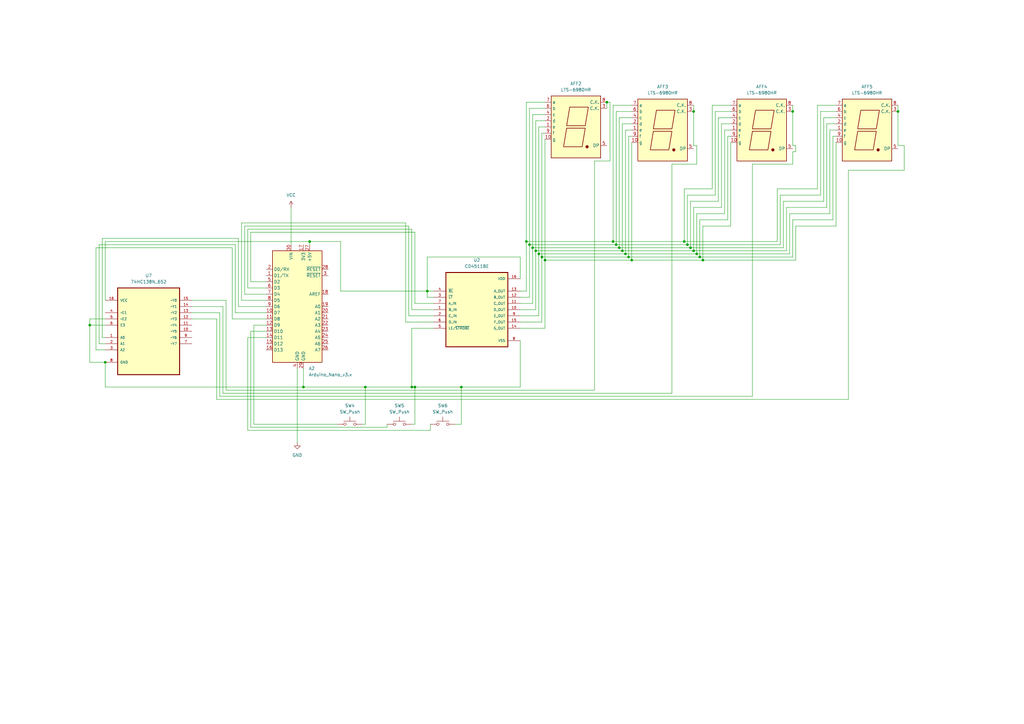
<source format=kicad_sch>
(kicad_sch
	(version 20250114)
	(generator "eeschema")
	(generator_version "9.0")
	(uuid "2aeff7e0-fb84-4acc-ad9c-552bf798d71e")
	(paper "A3")
	(lib_symbols
		(symbol "74HC138N_652:74HC138N_652"
			(pin_names
				(offset 1.016)
			)
			(exclude_from_sim no)
			(in_bom yes)
			(on_board yes)
			(property "Reference" "U"
				(at -5.3646 18.2041 0)
				(effects
					(font
						(size 1.27 1.27)
					)
					(justify left bottom)
				)
			)
			(property "Value" "74HC138N_652"
				(at -4.4995 -24.6327 0)
				(effects
					(font
						(size 1.27 1.27)
					)
					(justify left bottom)
				)
			)
			(property "Footprint" "74HC138N_652:DIP254P762X470-16"
				(at 0 0 0)
				(effects
					(font
						(size 1.27 1.27)
					)
					(justify bottom)
					(hide yes)
				)
			)
			(property "Datasheet" ""
				(at 0 0 0)
				(effects
					(font
						(size 1.27 1.27)
					)
					(hide yes)
				)
			)
			(property "Description" ""
				(at 0 0 0)
				(effects
					(font
						(size 1.27 1.27)
					)
					(hide yes)
				)
			)
			(property "MF" "NXP USA"
				(at 0 0 0)
				(effects
					(font
						(size 1.27 1.27)
					)
					(justify bottom)
					(hide yes)
				)
			)
			(property "Description_1" "Decoder/Demultiplexer 1 x 3:8 16-DIP"
				(at 0 0 0)
				(effects
					(font
						(size 1.27 1.27)
					)
					(justify bottom)
					(hide yes)
				)
			)
			(property "PACKAGE" "DIP-16"
				(at 0 0 0)
				(effects
					(font
						(size 1.27 1.27)
					)
					(justify bottom)
					(hide yes)
				)
			)
			(property "MPN" "74HC138N,652"
				(at 0 0 0)
				(effects
					(font
						(size 1.27 1.27)
					)
					(justify bottom)
					(hide yes)
				)
			)
			(property "Price" "None"
				(at 0 0 0)
				(effects
					(font
						(size 1.27 1.27)
					)
					(justify bottom)
					(hide yes)
				)
			)
			(property "Package" "DIP-16 NXP Semiconductors"
				(at 0 0 0)
				(effects
					(font
						(size 1.27 1.27)
					)
					(justify bottom)
					(hide yes)
				)
			)
			(property "OC_FARNELL" "1826779"
				(at 0 0 0)
				(effects
					(font
						(size 1.27 1.27)
					)
					(justify bottom)
					(hide yes)
				)
			)
			(property "SnapEDA_Link" "https://www.snapeda.com/parts/74HC138N,652/NXP+Semiconductors/view-part/?ref=snap"
				(at 0 0 0)
				(effects
					(font
						(size 1.27 1.27)
					)
					(justify bottom)
					(hide yes)
				)
			)
			(property "MP" "74HC138N,652"
				(at 0 0 0)
				(effects
					(font
						(size 1.27 1.27)
					)
					(justify bottom)
					(hide yes)
				)
			)
			(property "SUPPLIER" "NXP"
				(at 0 0 0)
				(effects
					(font
						(size 1.27 1.27)
					)
					(justify bottom)
					(hide yes)
				)
			)
			(property "OC_NEWARK" "71R2039"
				(at 0 0 0)
				(effects
					(font
						(size 1.27 1.27)
					)
					(justify bottom)
					(hide yes)
				)
			)
			(property "Availability" "In Stock"
				(at 0 0 0)
				(effects
					(font
						(size 1.27 1.27)
					)
					(justify bottom)
					(hide yes)
				)
			)
			(property "Check_prices" "https://www.snapeda.com/parts/74HC138N,652/NXP+Semiconductors/view-part/?ref=eda"
				(at 0 0 0)
				(effects
					(font
						(size 1.27 1.27)
					)
					(justify bottom)
					(hide yes)
				)
			)
			(symbol "74HC138N_652_0_0"
				(rectangle
					(start -12.7 -20.32)
					(end 12.7 15.24)
					(stroke
						(width 0.4064)
						(type default)
					)
					(fill
						(type background)
					)
				)
				(pin power_in line
					(at -17.78 10.16 0)
					(length 5.08)
					(name "VCC"
						(effects
							(font
								(size 1.016 1.016)
							)
						)
					)
					(number "16"
						(effects
							(font
								(size 1.016 1.016)
							)
						)
					)
				)
				(pin input line
					(at -17.78 5.08 0)
					(length 5.08)
					(name "~E1"
						(effects
							(font
								(size 1.016 1.016)
							)
						)
					)
					(number "4"
						(effects
							(font
								(size 1.016 1.016)
							)
						)
					)
				)
				(pin input line
					(at -17.78 2.54 0)
					(length 5.08)
					(name "~E2"
						(effects
							(font
								(size 1.016 1.016)
							)
						)
					)
					(number "5"
						(effects
							(font
								(size 1.016 1.016)
							)
						)
					)
				)
				(pin input line
					(at -17.78 0 0)
					(length 5.08)
					(name "E3"
						(effects
							(font
								(size 1.016 1.016)
							)
						)
					)
					(number "6"
						(effects
							(font
								(size 1.016 1.016)
							)
						)
					)
				)
				(pin input line
					(at -17.78 -5.08 0)
					(length 5.08)
					(name "A0"
						(effects
							(font
								(size 1.016 1.016)
							)
						)
					)
					(number "1"
						(effects
							(font
								(size 1.016 1.016)
							)
						)
					)
				)
				(pin input line
					(at -17.78 -7.62 0)
					(length 5.08)
					(name "A1"
						(effects
							(font
								(size 1.016 1.016)
							)
						)
					)
					(number "2"
						(effects
							(font
								(size 1.016 1.016)
							)
						)
					)
				)
				(pin input line
					(at -17.78 -10.16 0)
					(length 5.08)
					(name "A2"
						(effects
							(font
								(size 1.016 1.016)
							)
						)
					)
					(number "3"
						(effects
							(font
								(size 1.016 1.016)
							)
						)
					)
				)
				(pin passive line
					(at -17.78 -15.24 0)
					(length 5.08)
					(name "GND"
						(effects
							(font
								(size 1.016 1.016)
							)
						)
					)
					(number "8"
						(effects
							(font
								(size 1.016 1.016)
							)
						)
					)
				)
				(pin output line
					(at 17.78 10.16 180)
					(length 5.08)
					(name "~Y0"
						(effects
							(font
								(size 1.016 1.016)
							)
						)
					)
					(number "15"
						(effects
							(font
								(size 1.016 1.016)
							)
						)
					)
				)
				(pin output line
					(at 17.78 7.62 180)
					(length 5.08)
					(name "~Y1"
						(effects
							(font
								(size 1.016 1.016)
							)
						)
					)
					(number "14"
						(effects
							(font
								(size 1.016 1.016)
							)
						)
					)
				)
				(pin output line
					(at 17.78 5.08 180)
					(length 5.08)
					(name "~Y2"
						(effects
							(font
								(size 1.016 1.016)
							)
						)
					)
					(number "13"
						(effects
							(font
								(size 1.016 1.016)
							)
						)
					)
				)
				(pin output line
					(at 17.78 2.54 180)
					(length 5.08)
					(name "~Y3"
						(effects
							(font
								(size 1.016 1.016)
							)
						)
					)
					(number "12"
						(effects
							(font
								(size 1.016 1.016)
							)
						)
					)
				)
				(pin output line
					(at 17.78 0 180)
					(length 5.08)
					(name "~Y4"
						(effects
							(font
								(size 1.016 1.016)
							)
						)
					)
					(number "11"
						(effects
							(font
								(size 1.016 1.016)
							)
						)
					)
				)
				(pin output line
					(at 17.78 -2.54 180)
					(length 5.08)
					(name "~Y5"
						(effects
							(font
								(size 1.016 1.016)
							)
						)
					)
					(number "10"
						(effects
							(font
								(size 1.016 1.016)
							)
						)
					)
				)
				(pin output line
					(at 17.78 -5.08 180)
					(length 5.08)
					(name "~Y6"
						(effects
							(font
								(size 1.016 1.016)
							)
						)
					)
					(number "9"
						(effects
							(font
								(size 1.016 1.016)
							)
						)
					)
				)
				(pin output line
					(at 17.78 -7.62 180)
					(length 5.08)
					(name "~Y7"
						(effects
							(font
								(size 1.016 1.016)
							)
						)
					)
					(number "7"
						(effects
							(font
								(size 1.016 1.016)
							)
						)
					)
				)
			)
			(embedded_fonts no)
		)
		(symbol "CD4511BE:CD4511BE"
			(pin_names
				(offset 1.016)
			)
			(exclude_from_sim no)
			(in_bom yes)
			(on_board yes)
			(property "Reference" "U"
				(at -12.7 16.24 0)
				(effects
					(font
						(size 1.27 1.27)
					)
					(justify left bottom)
				)
			)
			(property "Value" "CD4511BE"
				(at -12.7 -19.24 0)
				(effects
					(font
						(size 1.27 1.27)
					)
					(justify left bottom)
				)
			)
			(property "Footprint" "CD4511BE:DIP794W45P254L1969H508Q16"
				(at 0 0 0)
				(effects
					(font
						(size 1.27 1.27)
					)
					(justify bottom)
					(hide yes)
				)
			)
			(property "Datasheet" ""
				(at 0 0 0)
				(effects
					(font
						(size 1.27 1.27)
					)
					(hide yes)
				)
			)
			(property "Description" ""
				(at 0 0 0)
				(effects
					(font
						(size 1.27 1.27)
					)
					(hide yes)
				)
			)
			(property "MF" "Texas Instruments"
				(at 0 0 0)
				(effects
					(font
						(size 1.27 1.27)
					)
					(justify bottom)
					(hide yes)
				)
			)
			(property "Description_1" "CMOS BCD-to-7-Segment LED Latch Decoder Drivers"
				(at 0 0 0)
				(effects
					(font
						(size 1.27 1.27)
					)
					(justify bottom)
					(hide yes)
				)
			)
			(property "Package" "PDIP-16 Texas Instruments"
				(at 0 0 0)
				(effects
					(font
						(size 1.27 1.27)
					)
					(justify bottom)
					(hide yes)
				)
			)
			(property "Price" "None"
				(at 0 0 0)
				(effects
					(font
						(size 1.27 1.27)
					)
					(justify bottom)
					(hide yes)
				)
			)
			(property "Check_prices" "https://www.snapeda.com/parts/CD4511BE/Texas+Instruments/view-part/?ref=eda"
				(at 0 0 0)
				(effects
					(font
						(size 1.27 1.27)
					)
					(justify bottom)
					(hide yes)
				)
			)
			(property "SnapEDA_Link" "https://www.snapeda.com/parts/CD4511BE/Texas+Instruments/view-part/?ref=snap"
				(at 0 0 0)
				(effects
					(font
						(size 1.27 1.27)
					)
					(justify bottom)
					(hide yes)
				)
			)
			(property "MP" "CD4511BE"
				(at 0 0 0)
				(effects
					(font
						(size 1.27 1.27)
					)
					(justify bottom)
					(hide yes)
				)
			)
			(property "Availability" "In Stock"
				(at 0 0 0)
				(effects
					(font
						(size 1.27 1.27)
					)
					(justify bottom)
					(hide yes)
				)
			)
			(property "Manufacturer" "Texas Instruments"
				(at 0 0 0)
				(effects
					(font
						(size 1.27 1.27)
					)
					(justify bottom)
					(hide yes)
				)
			)
			(symbol "CD4511BE_0_0"
				(rectangle
					(start -12.7 -15.24)
					(end 12.7 15.24)
					(stroke
						(width 0.41)
						(type default)
					)
					(fill
						(type background)
					)
				)
				(pin input line
					(at -17.78 7.62 0)
					(length 5.08)
					(name "~{BL}"
						(effects
							(font
								(size 1.016 1.016)
							)
						)
					)
					(number "4"
						(effects
							(font
								(size 1.016 1.016)
							)
						)
					)
				)
				(pin input line
					(at -17.78 5.08 0)
					(length 5.08)
					(name "~{LT}"
						(effects
							(font
								(size 1.016 1.016)
							)
						)
					)
					(number "3"
						(effects
							(font
								(size 1.016 1.016)
							)
						)
					)
				)
				(pin input line
					(at -17.78 2.54 0)
					(length 5.08)
					(name "A_IN"
						(effects
							(font
								(size 1.016 1.016)
							)
						)
					)
					(number "7"
						(effects
							(font
								(size 1.016 1.016)
							)
						)
					)
				)
				(pin input line
					(at -17.78 0 0)
					(length 5.08)
					(name "B_IN"
						(effects
							(font
								(size 1.016 1.016)
							)
						)
					)
					(number "1"
						(effects
							(font
								(size 1.016 1.016)
							)
						)
					)
				)
				(pin input line
					(at -17.78 -2.54 0)
					(length 5.08)
					(name "C_IN"
						(effects
							(font
								(size 1.016 1.016)
							)
						)
					)
					(number "2"
						(effects
							(font
								(size 1.016 1.016)
							)
						)
					)
				)
				(pin input line
					(at -17.78 -5.08 0)
					(length 5.08)
					(name "D_IN"
						(effects
							(font
								(size 1.016 1.016)
							)
						)
					)
					(number "6"
						(effects
							(font
								(size 1.016 1.016)
							)
						)
					)
				)
				(pin input line
					(at -17.78 -7.62 0)
					(length 5.08)
					(name "LE/~{STROBE}"
						(effects
							(font
								(size 1.016 1.016)
							)
						)
					)
					(number "5"
						(effects
							(font
								(size 1.016 1.016)
							)
						)
					)
				)
				(pin power_in line
					(at 17.78 12.7 180)
					(length 5.08)
					(name "VDD"
						(effects
							(font
								(size 1.016 1.016)
							)
						)
					)
					(number "16"
						(effects
							(font
								(size 1.016 1.016)
							)
						)
					)
				)
				(pin output line
					(at 17.78 7.62 180)
					(length 5.08)
					(name "A_OUT"
						(effects
							(font
								(size 1.016 1.016)
							)
						)
					)
					(number "13"
						(effects
							(font
								(size 1.016 1.016)
							)
						)
					)
				)
				(pin output line
					(at 17.78 5.08 180)
					(length 5.08)
					(name "B_OUT"
						(effects
							(font
								(size 1.016 1.016)
							)
						)
					)
					(number "12"
						(effects
							(font
								(size 1.016 1.016)
							)
						)
					)
				)
				(pin output line
					(at 17.78 2.54 180)
					(length 5.08)
					(name "C_OUT"
						(effects
							(font
								(size 1.016 1.016)
							)
						)
					)
					(number "11"
						(effects
							(font
								(size 1.016 1.016)
							)
						)
					)
				)
				(pin output line
					(at 17.78 0 180)
					(length 5.08)
					(name "D_OUT"
						(effects
							(font
								(size 1.016 1.016)
							)
						)
					)
					(number "10"
						(effects
							(font
								(size 1.016 1.016)
							)
						)
					)
				)
				(pin output line
					(at 17.78 -2.54 180)
					(length 5.08)
					(name "E_OUT"
						(effects
							(font
								(size 1.016 1.016)
							)
						)
					)
					(number "9"
						(effects
							(font
								(size 1.016 1.016)
							)
						)
					)
				)
				(pin output line
					(at 17.78 -5.08 180)
					(length 5.08)
					(name "F_OUT"
						(effects
							(font
								(size 1.016 1.016)
							)
						)
					)
					(number "15"
						(effects
							(font
								(size 1.016 1.016)
							)
						)
					)
				)
				(pin output line
					(at 17.78 -7.62 180)
					(length 5.08)
					(name "G_OUT"
						(effects
							(font
								(size 1.016 1.016)
							)
						)
					)
					(number "14"
						(effects
							(font
								(size 1.016 1.016)
							)
						)
					)
				)
				(pin power_in line
					(at 17.78 -12.7 180)
					(length 5.08)
					(name "VSS"
						(effects
							(font
								(size 1.016 1.016)
							)
						)
					)
					(number "8"
						(effects
							(font
								(size 1.016 1.016)
							)
						)
					)
				)
			)
			(embedded_fonts no)
		)
		(symbol "Display_Character:LTS-6980HR"
			(exclude_from_sim no)
			(in_bom yes)
			(on_board yes)
			(property "Reference" "AFF"
				(at -7.874 13.97 0)
				(effects
					(font
						(size 1.27 1.27)
					)
				)
			)
			(property "Value" "LTS-6980HR"
				(at 4.064 13.97 0)
				(effects
					(font
						(size 1.27 1.27)
					)
				)
			)
			(property "Footprint" "Display_7Segment:7SegmentLED_LTS6760_LTS6780"
				(at 0 -15.24 0)
				(effects
					(font
						(size 1.27 1.27)
					)
					(hide yes)
				)
			)
			(property "Datasheet" "http://datasheet.octopart.com/LTS-6960HR-Lite-On-datasheet-11803242.pdf"
				(at 0 0 0)
				(effects
					(font
						(size 1.27 1.27)
					)
					(hide yes)
				)
			)
			(property "Description" "DISPLAY 7 SEGMENTS common K, high efficient red"
				(at 0 0 0)
				(effects
					(font
						(size 1.27 1.27)
					)
					(hide yes)
				)
			)
			(property "ki_keywords" "display LED 7-segment"
				(at 0 0 0)
				(effects
					(font
						(size 1.27 1.27)
					)
					(hide yes)
				)
			)
			(property "ki_fp_filters" "7SegmentLED?LTS6760?LTS6780*"
				(at 0 0 0)
				(effects
					(font
						(size 1.27 1.27)
					)
					(hide yes)
				)
			)
			(symbol "LTS-6980HR_0_1"
				(rectangle
					(start -10.16 12.7)
					(end 10.16 -12.7)
					(stroke
						(width 0.254)
						(type default)
					)
					(fill
						(type background)
					)
				)
				(polyline
					(pts
						(xy -3.81 -0.508) (xy 3.81 -0.508) (xy 2.54 -8.128) (xy -5.08 -8.128) (xy -3.81 -0.508) (xy -3.81 -0.508)
					)
					(stroke
						(width 0.254)
						(type default)
					)
					(fill
						(type none)
					)
				)
				(polyline
					(pts
						(xy -2.54 8.128) (xy 5.08 8.128) (xy 3.81 0.508) (xy -3.81 0.508) (xy -2.54 8.128) (xy -2.54 8.128)
					)
					(stroke
						(width 0.254)
						(type default)
					)
					(fill
						(type none)
					)
				)
				(circle
					(center 4.572 -8.128)
					(radius 0.508)
					(stroke
						(width 0.254)
						(type default)
					)
					(fill
						(type outline)
					)
				)
			)
			(symbol "LTS-6980HR_1_1"
				(pin passive line
					(at -12.7 10.16 0)
					(length 2.54)
					(name "a"
						(effects
							(font
								(size 1.27 1.27)
							)
						)
					)
					(number "7"
						(effects
							(font
								(size 1.27 1.27)
							)
						)
					)
				)
				(pin passive line
					(at -12.7 7.62 0)
					(length 2.54)
					(name "b"
						(effects
							(font
								(size 1.27 1.27)
							)
						)
					)
					(number "6"
						(effects
							(font
								(size 1.27 1.27)
							)
						)
					)
				)
				(pin passive line
					(at -12.7 5.08 0)
					(length 2.54)
					(name "c"
						(effects
							(font
								(size 1.27 1.27)
							)
						)
					)
					(number "4"
						(effects
							(font
								(size 1.27 1.27)
							)
						)
					)
				)
				(pin passive line
					(at -12.7 2.54 0)
					(length 2.54)
					(name "d"
						(effects
							(font
								(size 1.27 1.27)
							)
						)
					)
					(number "2"
						(effects
							(font
								(size 1.27 1.27)
							)
						)
					)
				)
				(pin passive line
					(at -12.7 0 0)
					(length 2.54)
					(name "e"
						(effects
							(font
								(size 1.27 1.27)
							)
						)
					)
					(number "1"
						(effects
							(font
								(size 1.27 1.27)
							)
						)
					)
				)
				(pin passive line
					(at -12.7 -2.54 0)
					(length 2.54)
					(name "f"
						(effects
							(font
								(size 1.27 1.27)
							)
						)
					)
					(number "9"
						(effects
							(font
								(size 1.27 1.27)
							)
						)
					)
				)
				(pin passive line
					(at -12.7 -5.08 0)
					(length 2.54)
					(name "g"
						(effects
							(font
								(size 1.27 1.27)
							)
						)
					)
					(number "10"
						(effects
							(font
								(size 1.27 1.27)
							)
						)
					)
				)
				(pin passive line
					(at 12.7 10.16 180)
					(length 2.54)
					(name "C.K."
						(effects
							(font
								(size 1.27 1.27)
							)
						)
					)
					(number "8"
						(effects
							(font
								(size 1.27 1.27)
							)
						)
					)
				)
				(pin passive line
					(at 12.7 7.62 180)
					(length 2.54)
					(name "C.K."
						(effects
							(font
								(size 1.27 1.27)
							)
						)
					)
					(number "3"
						(effects
							(font
								(size 1.27 1.27)
							)
						)
					)
				)
				(pin passive line
					(at 12.7 -7.62 180)
					(length 2.54)
					(name "DP"
						(effects
							(font
								(size 1.27 1.27)
							)
						)
					)
					(number "5"
						(effects
							(font
								(size 1.27 1.27)
							)
						)
					)
				)
			)
			(embedded_fonts no)
		)
		(symbol "MCU_Module:Arduino_Nano_v3.x"
			(exclude_from_sim no)
			(in_bom yes)
			(on_board yes)
			(property "Reference" "A"
				(at -10.16 23.495 0)
				(effects
					(font
						(size 1.27 1.27)
					)
					(justify left bottom)
				)
			)
			(property "Value" "Arduino_Nano_v3.x"
				(at 5.08 -24.13 0)
				(effects
					(font
						(size 1.27 1.27)
					)
					(justify left top)
				)
			)
			(property "Footprint" "Module:Arduino_Nano"
				(at 0 0 0)
				(effects
					(font
						(size 1.27 1.27)
						(italic yes)
					)
					(hide yes)
				)
			)
			(property "Datasheet" "http://www.mouser.com/pdfdocs/Gravitech_Arduino_Nano3_0.pdf"
				(at 0 0 0)
				(effects
					(font
						(size 1.27 1.27)
					)
					(hide yes)
				)
			)
			(property "Description" "Arduino Nano v3.x"
				(at 0 0 0)
				(effects
					(font
						(size 1.27 1.27)
					)
					(hide yes)
				)
			)
			(property "ki_keywords" "Arduino nano microcontroller module USB"
				(at 0 0 0)
				(effects
					(font
						(size 1.27 1.27)
					)
					(hide yes)
				)
			)
			(property "ki_fp_filters" "Arduino*Nano*"
				(at 0 0 0)
				(effects
					(font
						(size 1.27 1.27)
					)
					(hide yes)
				)
			)
			(symbol "Arduino_Nano_v3.x_0_1"
				(rectangle
					(start -10.16 22.86)
					(end 10.16 -22.86)
					(stroke
						(width 0.254)
						(type default)
					)
					(fill
						(type background)
					)
				)
			)
			(symbol "Arduino_Nano_v3.x_1_1"
				(pin bidirectional line
					(at -12.7 15.24 0)
					(length 2.54)
					(name "D0/RX"
						(effects
							(font
								(size 1.27 1.27)
							)
						)
					)
					(number "2"
						(effects
							(font
								(size 1.27 1.27)
							)
						)
					)
				)
				(pin bidirectional line
					(at -12.7 12.7 0)
					(length 2.54)
					(name "D1/TX"
						(effects
							(font
								(size 1.27 1.27)
							)
						)
					)
					(number "1"
						(effects
							(font
								(size 1.27 1.27)
							)
						)
					)
				)
				(pin bidirectional line
					(at -12.7 10.16 0)
					(length 2.54)
					(name "D2"
						(effects
							(font
								(size 1.27 1.27)
							)
						)
					)
					(number "5"
						(effects
							(font
								(size 1.27 1.27)
							)
						)
					)
				)
				(pin bidirectional line
					(at -12.7 7.62 0)
					(length 2.54)
					(name "D3"
						(effects
							(font
								(size 1.27 1.27)
							)
						)
					)
					(number "6"
						(effects
							(font
								(size 1.27 1.27)
							)
						)
					)
				)
				(pin bidirectional line
					(at -12.7 5.08 0)
					(length 2.54)
					(name "D4"
						(effects
							(font
								(size 1.27 1.27)
							)
						)
					)
					(number "7"
						(effects
							(font
								(size 1.27 1.27)
							)
						)
					)
				)
				(pin bidirectional line
					(at -12.7 2.54 0)
					(length 2.54)
					(name "D5"
						(effects
							(font
								(size 1.27 1.27)
							)
						)
					)
					(number "8"
						(effects
							(font
								(size 1.27 1.27)
							)
						)
					)
				)
				(pin bidirectional line
					(at -12.7 0 0)
					(length 2.54)
					(name "D6"
						(effects
							(font
								(size 1.27 1.27)
							)
						)
					)
					(number "9"
						(effects
							(font
								(size 1.27 1.27)
							)
						)
					)
				)
				(pin bidirectional line
					(at -12.7 -2.54 0)
					(length 2.54)
					(name "D7"
						(effects
							(font
								(size 1.27 1.27)
							)
						)
					)
					(number "10"
						(effects
							(font
								(size 1.27 1.27)
							)
						)
					)
				)
				(pin bidirectional line
					(at -12.7 -5.08 0)
					(length 2.54)
					(name "D8"
						(effects
							(font
								(size 1.27 1.27)
							)
						)
					)
					(number "11"
						(effects
							(font
								(size 1.27 1.27)
							)
						)
					)
				)
				(pin bidirectional line
					(at -12.7 -7.62 0)
					(length 2.54)
					(name "D9"
						(effects
							(font
								(size 1.27 1.27)
							)
						)
					)
					(number "12"
						(effects
							(font
								(size 1.27 1.27)
							)
						)
					)
				)
				(pin bidirectional line
					(at -12.7 -10.16 0)
					(length 2.54)
					(name "D10"
						(effects
							(font
								(size 1.27 1.27)
							)
						)
					)
					(number "13"
						(effects
							(font
								(size 1.27 1.27)
							)
						)
					)
				)
				(pin bidirectional line
					(at -12.7 -12.7 0)
					(length 2.54)
					(name "D11"
						(effects
							(font
								(size 1.27 1.27)
							)
						)
					)
					(number "14"
						(effects
							(font
								(size 1.27 1.27)
							)
						)
					)
				)
				(pin bidirectional line
					(at -12.7 -15.24 0)
					(length 2.54)
					(name "D12"
						(effects
							(font
								(size 1.27 1.27)
							)
						)
					)
					(number "15"
						(effects
							(font
								(size 1.27 1.27)
							)
						)
					)
				)
				(pin bidirectional line
					(at -12.7 -17.78 0)
					(length 2.54)
					(name "D13"
						(effects
							(font
								(size 1.27 1.27)
							)
						)
					)
					(number "16"
						(effects
							(font
								(size 1.27 1.27)
							)
						)
					)
				)
				(pin power_in line
					(at -2.54 25.4 270)
					(length 2.54)
					(name "VIN"
						(effects
							(font
								(size 1.27 1.27)
							)
						)
					)
					(number "30"
						(effects
							(font
								(size 1.27 1.27)
							)
						)
					)
				)
				(pin power_in line
					(at 0 -25.4 90)
					(length 2.54)
					(name "GND"
						(effects
							(font
								(size 1.27 1.27)
							)
						)
					)
					(number "4"
						(effects
							(font
								(size 1.27 1.27)
							)
						)
					)
				)
				(pin power_out line
					(at 2.54 25.4 270)
					(length 2.54)
					(name "3V3"
						(effects
							(font
								(size 1.27 1.27)
							)
						)
					)
					(number "17"
						(effects
							(font
								(size 1.27 1.27)
							)
						)
					)
				)
				(pin power_in line
					(at 2.54 -25.4 90)
					(length 2.54)
					(name "GND"
						(effects
							(font
								(size 1.27 1.27)
							)
						)
					)
					(number "29"
						(effects
							(font
								(size 1.27 1.27)
							)
						)
					)
				)
				(pin power_out line
					(at 5.08 25.4 270)
					(length 2.54)
					(name "+5V"
						(effects
							(font
								(size 1.27 1.27)
							)
						)
					)
					(number "27"
						(effects
							(font
								(size 1.27 1.27)
							)
						)
					)
				)
				(pin input line
					(at 12.7 15.24 180)
					(length 2.54)
					(name "~{RESET}"
						(effects
							(font
								(size 1.27 1.27)
							)
						)
					)
					(number "28"
						(effects
							(font
								(size 1.27 1.27)
							)
						)
					)
				)
				(pin input line
					(at 12.7 12.7 180)
					(length 2.54)
					(name "~{RESET}"
						(effects
							(font
								(size 1.27 1.27)
							)
						)
					)
					(number "3"
						(effects
							(font
								(size 1.27 1.27)
							)
						)
					)
				)
				(pin input line
					(at 12.7 5.08 180)
					(length 2.54)
					(name "AREF"
						(effects
							(font
								(size 1.27 1.27)
							)
						)
					)
					(number "18"
						(effects
							(font
								(size 1.27 1.27)
							)
						)
					)
				)
				(pin bidirectional line
					(at 12.7 0 180)
					(length 2.54)
					(name "A0"
						(effects
							(font
								(size 1.27 1.27)
							)
						)
					)
					(number "19"
						(effects
							(font
								(size 1.27 1.27)
							)
						)
					)
				)
				(pin bidirectional line
					(at 12.7 -2.54 180)
					(length 2.54)
					(name "A1"
						(effects
							(font
								(size 1.27 1.27)
							)
						)
					)
					(number "20"
						(effects
							(font
								(size 1.27 1.27)
							)
						)
					)
				)
				(pin bidirectional line
					(at 12.7 -5.08 180)
					(length 2.54)
					(name "A2"
						(effects
							(font
								(size 1.27 1.27)
							)
						)
					)
					(number "21"
						(effects
							(font
								(size 1.27 1.27)
							)
						)
					)
				)
				(pin bidirectional line
					(at 12.7 -7.62 180)
					(length 2.54)
					(name "A3"
						(effects
							(font
								(size 1.27 1.27)
							)
						)
					)
					(number "22"
						(effects
							(font
								(size 1.27 1.27)
							)
						)
					)
				)
				(pin bidirectional line
					(at 12.7 -10.16 180)
					(length 2.54)
					(name "A4"
						(effects
							(font
								(size 1.27 1.27)
							)
						)
					)
					(number "23"
						(effects
							(font
								(size 1.27 1.27)
							)
						)
					)
				)
				(pin bidirectional line
					(at 12.7 -12.7 180)
					(length 2.54)
					(name "A5"
						(effects
							(font
								(size 1.27 1.27)
							)
						)
					)
					(number "24"
						(effects
							(font
								(size 1.27 1.27)
							)
						)
					)
				)
				(pin bidirectional line
					(at 12.7 -15.24 180)
					(length 2.54)
					(name "A6"
						(effects
							(font
								(size 1.27 1.27)
							)
						)
					)
					(number "25"
						(effects
							(font
								(size 1.27 1.27)
							)
						)
					)
				)
				(pin bidirectional line
					(at 12.7 -17.78 180)
					(length 2.54)
					(name "A7"
						(effects
							(font
								(size 1.27 1.27)
							)
						)
					)
					(number "26"
						(effects
							(font
								(size 1.27 1.27)
							)
						)
					)
				)
			)
			(embedded_fonts no)
		)
		(symbol "Switch:SW_Push"
			(pin_numbers
				(hide yes)
			)
			(pin_names
				(offset 1.016)
				(hide yes)
			)
			(exclude_from_sim no)
			(in_bom yes)
			(on_board yes)
			(property "Reference" "SW"
				(at 1.27 2.54 0)
				(effects
					(font
						(size 1.27 1.27)
					)
					(justify left)
				)
			)
			(property "Value" "SW_Push"
				(at 0 -1.524 0)
				(effects
					(font
						(size 1.27 1.27)
					)
				)
			)
			(property "Footprint" ""
				(at 0 5.08 0)
				(effects
					(font
						(size 1.27 1.27)
					)
					(hide yes)
				)
			)
			(property "Datasheet" "~"
				(at 0 5.08 0)
				(effects
					(font
						(size 1.27 1.27)
					)
					(hide yes)
				)
			)
			(property "Description" "Push button switch, generic, two pins"
				(at 0 0 0)
				(effects
					(font
						(size 1.27 1.27)
					)
					(hide yes)
				)
			)
			(property "ki_keywords" "switch normally-open pushbutton push-button"
				(at 0 0 0)
				(effects
					(font
						(size 1.27 1.27)
					)
					(hide yes)
				)
			)
			(symbol "SW_Push_0_1"
				(circle
					(center -2.032 0)
					(radius 0.508)
					(stroke
						(width 0)
						(type default)
					)
					(fill
						(type none)
					)
				)
				(polyline
					(pts
						(xy 0 1.27) (xy 0 3.048)
					)
					(stroke
						(width 0)
						(type default)
					)
					(fill
						(type none)
					)
				)
				(circle
					(center 2.032 0)
					(radius 0.508)
					(stroke
						(width 0)
						(type default)
					)
					(fill
						(type none)
					)
				)
				(polyline
					(pts
						(xy 2.54 1.27) (xy -2.54 1.27)
					)
					(stroke
						(width 0)
						(type default)
					)
					(fill
						(type none)
					)
				)
				(pin passive line
					(at -5.08 0 0)
					(length 2.54)
					(name "1"
						(effects
							(font
								(size 1.27 1.27)
							)
						)
					)
					(number "1"
						(effects
							(font
								(size 1.27 1.27)
							)
						)
					)
				)
				(pin passive line
					(at 5.08 0 180)
					(length 2.54)
					(name "2"
						(effects
							(font
								(size 1.27 1.27)
							)
						)
					)
					(number "2"
						(effects
							(font
								(size 1.27 1.27)
							)
						)
					)
				)
			)
			(embedded_fonts no)
		)
		(symbol "power:GND"
			(power)
			(pin_numbers
				(hide yes)
			)
			(pin_names
				(offset 0)
				(hide yes)
			)
			(exclude_from_sim no)
			(in_bom yes)
			(on_board yes)
			(property "Reference" "#PWR"
				(at 0 -6.35 0)
				(effects
					(font
						(size 1.27 1.27)
					)
					(hide yes)
				)
			)
			(property "Value" "GND"
				(at 0 -3.81 0)
				(effects
					(font
						(size 1.27 1.27)
					)
				)
			)
			(property "Footprint" ""
				(at 0 0 0)
				(effects
					(font
						(size 1.27 1.27)
					)
					(hide yes)
				)
			)
			(property "Datasheet" ""
				(at 0 0 0)
				(effects
					(font
						(size 1.27 1.27)
					)
					(hide yes)
				)
			)
			(property "Description" "Power symbol creates a global label with name \"GND\" , ground"
				(at 0 0 0)
				(effects
					(font
						(size 1.27 1.27)
					)
					(hide yes)
				)
			)
			(property "ki_keywords" "global power"
				(at 0 0 0)
				(effects
					(font
						(size 1.27 1.27)
					)
					(hide yes)
				)
			)
			(symbol "GND_0_1"
				(polyline
					(pts
						(xy 0 0) (xy 0 -1.27) (xy 1.27 -1.27) (xy 0 -2.54) (xy -1.27 -1.27) (xy 0 -1.27)
					)
					(stroke
						(width 0)
						(type default)
					)
					(fill
						(type none)
					)
				)
			)
			(symbol "GND_1_1"
				(pin power_in line
					(at 0 0 270)
					(length 0)
					(name "~"
						(effects
							(font
								(size 1.27 1.27)
							)
						)
					)
					(number "1"
						(effects
							(font
								(size 1.27 1.27)
							)
						)
					)
				)
			)
			(embedded_fonts no)
		)
		(symbol "power:VCC"
			(power)
			(pin_numbers
				(hide yes)
			)
			(pin_names
				(offset 0)
				(hide yes)
			)
			(exclude_from_sim no)
			(in_bom yes)
			(on_board yes)
			(property "Reference" "#PWR"
				(at 0 -3.81 0)
				(effects
					(font
						(size 1.27 1.27)
					)
					(hide yes)
				)
			)
			(property "Value" "VCC"
				(at 0 3.556 0)
				(effects
					(font
						(size 1.27 1.27)
					)
				)
			)
			(property "Footprint" ""
				(at 0 0 0)
				(effects
					(font
						(size 1.27 1.27)
					)
					(hide yes)
				)
			)
			(property "Datasheet" ""
				(at 0 0 0)
				(effects
					(font
						(size 1.27 1.27)
					)
					(hide yes)
				)
			)
			(property "Description" "Power symbol creates a global label with name \"VCC\""
				(at 0 0 0)
				(effects
					(font
						(size 1.27 1.27)
					)
					(hide yes)
				)
			)
			(property "ki_keywords" "global power"
				(at 0 0 0)
				(effects
					(font
						(size 1.27 1.27)
					)
					(hide yes)
				)
			)
			(symbol "VCC_0_1"
				(polyline
					(pts
						(xy -0.762 1.27) (xy 0 2.54)
					)
					(stroke
						(width 0)
						(type default)
					)
					(fill
						(type none)
					)
				)
				(polyline
					(pts
						(xy 0 2.54) (xy 0.762 1.27)
					)
					(stroke
						(width 0)
						(type default)
					)
					(fill
						(type none)
					)
				)
				(polyline
					(pts
						(xy 0 0) (xy 0 2.54)
					)
					(stroke
						(width 0)
						(type default)
					)
					(fill
						(type none)
					)
				)
			)
			(symbol "VCC_1_1"
				(pin power_in line
					(at 0 0 90)
					(length 0)
					(name "~"
						(effects
							(font
								(size 1.27 1.27)
							)
						)
					)
					(number "1"
						(effects
							(font
								(size 1.27 1.27)
							)
						)
					)
				)
			)
			(embedded_fonts no)
		)
	)
	(junction
		(at 284.48 45.72)
		(diameter 0)
		(color 0 0 0 0)
		(uuid "188ec55a-74a3-47ee-b1f7-310726b9f27b")
	)
	(junction
		(at 168.91 158.75)
		(diameter 0)
		(color 0 0 0 0)
		(uuid "1a63c1a4-5610-4582-bb21-9f4e3c1ea4d1")
	)
	(junction
		(at 287.02 105.41)
		(diameter 0)
		(color 0 0 0 0)
		(uuid "252624f5-a2aa-419e-a59c-faa24bfde4f3")
	)
	(junction
		(at 252.73 100.33)
		(diameter 0)
		(color 0 0 0 0)
		(uuid "2bc69d9e-a55f-4b56-b494-33d214f45a74")
	)
	(junction
		(at 220.98 104.14)
		(diameter 0)
		(color 0 0 0 0)
		(uuid "3401d739-22e1-45ff-bf07-df95c2b9de20")
	)
	(junction
		(at 217.17 100.33)
		(diameter 0)
		(color 0 0 0 0)
		(uuid "35edd59b-146e-49f8-bbc6-e2113988b05f")
	)
	(junction
		(at 368.3 45.72)
		(diameter 0)
		(color 0 0 0 0)
		(uuid "3c31be4b-35bc-4c34-8ca4-f985169987ad")
	)
	(junction
		(at 257.81 105.41)
		(diameter 0)
		(color 0 0 0 0)
		(uuid "4bdb5a09-50cd-4c03-baef-7b3c03a420ff")
	)
	(junction
		(at 36.83 133.35)
		(diameter 0)
		(color 0 0 0 0)
		(uuid "54ea5f1c-54df-402f-a7a4-1a995e2bd6fd")
	)
	(junction
		(at 248.92 41.91)
		(diameter 0)
		(color 0 0 0 0)
		(uuid "57753ac5-d02f-4172-a9ab-d3d86e767350")
	)
	(junction
		(at 175.26 119.38)
		(diameter 0)
		(color 0 0 0 0)
		(uuid "672ef041-943a-41f0-8216-ef14a987c668")
	)
	(junction
		(at 283.21 101.6)
		(diameter 0)
		(color 0 0 0 0)
		(uuid "68c0905e-7ec6-4248-9322-4ccc710db54c")
	)
	(junction
		(at 325.12 45.72)
		(diameter 0)
		(color 0 0 0 0)
		(uuid "7988cceb-6fd8-47ea-b242-c6d536b7b65f")
	)
	(junction
		(at 170.18 158.75)
		(diameter 0)
		(color 0 0 0 0)
		(uuid "7b22b591-8038-493a-bbc6-3381fddece56")
	)
	(junction
		(at 215.9 99.06)
		(diameter 0)
		(color 0 0 0 0)
		(uuid "82a9a808-5224-4758-832c-3808718d9a50")
	)
	(junction
		(at 281.94 100.33)
		(diameter 0)
		(color 0 0 0 0)
		(uuid "86040ea8-fc55-41e3-a9ac-fb9d3627797f")
	)
	(junction
		(at 219.71 102.87)
		(diameter 0)
		(color 0 0 0 0)
		(uuid "870f0820-0d0c-47ae-8696-7ad3fd279dc2")
	)
	(junction
		(at 285.75 104.14)
		(diameter 0)
		(color 0 0 0 0)
		(uuid "8b3c2789-9362-4bac-9f10-db849377405e")
	)
	(junction
		(at 149.86 158.75)
		(diameter 0)
		(color 0 0 0 0)
		(uuid "8c841511-fe8d-4943-b80c-4221348bbafd")
	)
	(junction
		(at 218.44 101.6)
		(diameter 0)
		(color 0 0 0 0)
		(uuid "8ca74be5-0fb7-45c0-8bf0-e5b0f349b7da")
	)
	(junction
		(at 255.27 102.87)
		(diameter 0)
		(color 0 0 0 0)
		(uuid "8f56175a-a756-456c-9f31-d2977518ced2")
	)
	(junction
		(at 124.46 158.75)
		(diameter 0)
		(color 0 0 0 0)
		(uuid "a2d8d9ac-156d-4dca-8353-d6b914e26903")
	)
	(junction
		(at 254 101.6)
		(diameter 0)
		(color 0 0 0 0)
		(uuid "a34ddf6a-c83e-478a-8c53-2dfb23c2ab37")
	)
	(junction
		(at 223.52 106.68)
		(diameter 0)
		(color 0 0 0 0)
		(uuid "a5dae28a-4b78-4629-b72e-4aee5d6ea166")
	)
	(junction
		(at 288.29 106.68)
		(diameter 0)
		(color 0 0 0 0)
		(uuid "a70e6d18-6cfa-4769-b561-69bfe6debd0e")
	)
	(junction
		(at 256.54 104.14)
		(diameter 0)
		(color 0 0 0 0)
		(uuid "bd45eed6-ac59-4674-a01b-8b87bae2f2a8")
	)
	(junction
		(at 284.48 102.87)
		(diameter 0)
		(color 0 0 0 0)
		(uuid "becd1fcb-80d2-4518-82a4-778a89f44ace")
	)
	(junction
		(at 189.23 158.75)
		(diameter 0)
		(color 0 0 0 0)
		(uuid "bff4618d-3544-4b26-a7f7-c3b3ea539544")
	)
	(junction
		(at 251.46 99.06)
		(diameter 0)
		(color 0 0 0 0)
		(uuid "c0ee6ef7-9508-4513-976d-c078be1adab0")
	)
	(junction
		(at 43.18 148.59)
		(diameter 0)
		(color 0 0 0 0)
		(uuid "c729dab6-39c6-4304-8c5a-f958308e353f")
	)
	(junction
		(at 222.25 105.41)
		(diameter 0)
		(color 0 0 0 0)
		(uuid "fa1c0096-0cb9-46a3-95f2-dd8d8a40dae5")
	)
	(junction
		(at 259.08 106.68)
		(diameter 0)
		(color 0 0 0 0)
		(uuid "fa279e70-4b44-41b4-935d-67ab2b6af0cb")
	)
	(junction
		(at 280.67 99.06)
		(diameter 0)
		(color 0 0 0 0)
		(uuid "fca3cbf9-261a-4cf8-bccf-f8f09025d353")
	)
	(junction
		(at 127 99.06)
		(diameter 0)
		(color 0 0 0 0)
		(uuid "ff05b02b-eab7-45ff-853d-0d17ff4f45a9")
	)
	(wire
		(pts
			(xy 218.44 46.99) (xy 218.44 101.6)
		)
		(stroke
			(width 0)
			(type default)
		)
		(uuid "02656421-1e50-4bf8-a130-bc0d70c35853")
	)
	(wire
		(pts
			(xy 90.17 162.56) (xy 308.61 162.56)
		)
		(stroke
			(width 0)
			(type default)
		)
		(uuid "027a1dd2-7ffc-459b-b2f5-126941b70b42")
	)
	(wire
		(pts
			(xy 326.39 92.71) (xy 326.39 106.68)
		)
		(stroke
			(width 0)
			(type default)
		)
		(uuid "02a1186f-4937-4b88-9da9-b2cd13c6650b")
	)
	(wire
		(pts
			(xy 243.84 66.04) (xy 243.84 160.02)
		)
		(stroke
			(width 0)
			(type default)
		)
		(uuid "030597bc-c4cb-48ac-8c26-709adf70ffa7")
	)
	(wire
		(pts
			(xy 43.18 148.59) (xy 43.18 158.75)
		)
		(stroke
			(width 0)
			(type default)
		)
		(uuid "03313b3d-0787-4d61-96cc-e75385def9d1")
	)
	(wire
		(pts
			(xy 256.54 53.34) (xy 256.54 104.14)
		)
		(stroke
			(width 0)
			(type default)
		)
		(uuid "03403a79-49c0-4e5a-ba63-855256f98012")
	)
	(wire
		(pts
			(xy 294.64 48.26) (xy 299.72 48.26)
		)
		(stroke
			(width 0)
			(type default)
		)
		(uuid "049b6feb-c7bf-49fa-8bf5-6c8845bcea5b")
	)
	(wire
		(pts
			(xy 337.82 82.55) (xy 337.82 48.26)
		)
		(stroke
			(width 0)
			(type default)
		)
		(uuid "04a37b0d-e9c9-47ba-bf76-6c0471e07583")
	)
	(wire
		(pts
			(xy 318.77 99.06) (xy 280.67 99.06)
		)
		(stroke
			(width 0)
			(type default)
		)
		(uuid "04c2e5da-615d-460e-a8f7-8ac0ccc6383b")
	)
	(wire
		(pts
			(xy 299.72 58.42) (xy 299.72 92.71)
		)
		(stroke
			(width 0)
			(type default)
		)
		(uuid "0624cedc-67a0-4d0e-8947-74723e9ceaba")
	)
	(wire
		(pts
			(xy 254 48.26) (xy 254 101.6)
		)
		(stroke
			(width 0)
			(type default)
		)
		(uuid "0989c73b-1117-4ce9-823a-74347161197e")
	)
	(wire
		(pts
			(xy 323.85 87.63) (xy 323.85 104.14)
		)
		(stroke
			(width 0)
			(type default)
		)
		(uuid "0a20e916-aba4-4655-895b-f0cb0f37ae29")
	)
	(wire
		(pts
			(xy 215.9 99.06) (xy 215.9 119.38)
		)
		(stroke
			(width 0)
			(type default)
		)
		(uuid "0b29a91b-4296-40c3-94b1-fd13efdc99f3")
	)
	(wire
		(pts
			(xy 95.25 130.81) (xy 95.25 101.6)
		)
		(stroke
			(width 0)
			(type default)
		)
		(uuid "0baebb18-3f51-4e0b-b68e-12666eaec469")
	)
	(wire
		(pts
			(xy 189.23 158.75) (xy 170.18 158.75)
		)
		(stroke
			(width 0)
			(type default)
		)
		(uuid "0c7bc7f7-49ac-4419-b0e7-bd8aae1e3d80")
	)
	(wire
		(pts
			(xy 325.12 59.69) (xy 326.39 59.69)
		)
		(stroke
			(width 0)
			(type default)
		)
		(uuid "0e1453ff-cc59-42e2-bc1a-56bf5e2e7f92")
	)
	(wire
		(pts
			(xy 168.91 158.75) (xy 149.86 158.75)
		)
		(stroke
			(width 0)
			(type default)
		)
		(uuid "0e20dbfa-0938-4637-9e27-0822c262c94f")
	)
	(wire
		(pts
			(xy 223.52 54.61) (xy 222.25 54.61)
		)
		(stroke
			(width 0)
			(type default)
		)
		(uuid "0e3a62e9-b3b4-4b24-a104-60cd783299d8")
	)
	(wire
		(pts
			(xy 102.87 95.25) (xy 170.18 95.25)
		)
		(stroke
			(width 0)
			(type default)
		)
		(uuid "0e901a60-45ea-457c-ad4e-bd7b45fe94c5")
	)
	(wire
		(pts
			(xy 109.22 115.57) (xy 102.87 115.57)
		)
		(stroke
			(width 0)
			(type default)
		)
		(uuid "0f8353b7-cc0b-4f2d-a3fa-8b6ccb894eb7")
	)
	(wire
		(pts
			(xy 43.18 138.43) (xy 41.91 138.43)
		)
		(stroke
			(width 0)
			(type default)
		)
		(uuid "117e609f-e0fb-491d-aa41-04e6751ccaa8")
	)
	(wire
		(pts
			(xy 92.71 123.19) (xy 92.71 160.02)
		)
		(stroke
			(width 0)
			(type default)
		)
		(uuid "12534f5e-9f1a-40eb-9dcc-d532706970db")
	)
	(wire
		(pts
			(xy 288.29 92.71) (xy 288.29 106.68)
		)
		(stroke
			(width 0)
			(type default)
		)
		(uuid "141d3763-a5e7-4615-9649-9ae28c3be086")
	)
	(wire
		(pts
			(xy 39.37 101.6) (xy 39.37 143.51)
		)
		(stroke
			(width 0)
			(type default)
		)
		(uuid "15e4c559-8c9a-4e67-924a-e3bcda8cc302")
	)
	(wire
		(pts
			(xy 223.52 41.91) (xy 215.9 41.91)
		)
		(stroke
			(width 0)
			(type default)
		)
		(uuid "182d0912-5677-4715-86b2-06373f170446")
	)
	(wire
		(pts
			(xy 250.19 66.04) (xy 250.19 41.91)
		)
		(stroke
			(width 0)
			(type default)
		)
		(uuid "1a672043-a910-48f8-b8ea-517c0200426d")
	)
	(wire
		(pts
			(xy 368.3 43.18) (xy 368.3 45.72)
		)
		(stroke
			(width 0)
			(type default)
		)
		(uuid "1a739478-4c69-4336-ba3e-8b807ecdc99d")
	)
	(wire
		(pts
			(xy 326.39 92.71) (xy 342.9 92.71)
		)
		(stroke
			(width 0)
			(type default)
		)
		(uuid "1b6064d3-a639-489d-b803-c71bb28ebe3c")
	)
	(wire
		(pts
			(xy 92.71 160.02) (xy 243.84 160.02)
		)
		(stroke
			(width 0)
			(type default)
		)
		(uuid "1c3c0b7e-1e47-4d0b-9d87-68b0a14e4846")
	)
	(wire
		(pts
			(xy 336.55 45.72) (xy 342.9 45.72)
		)
		(stroke
			(width 0)
			(type default)
		)
		(uuid "1d5c926c-77e9-499c-85f5-0e524760b845")
	)
	(wire
		(pts
			(xy 285.75 87.63) (xy 297.18 87.63)
		)
		(stroke
			(width 0)
			(type default)
		)
		(uuid "1e48af78-f283-4a70-893f-13c374831e16")
	)
	(wire
		(pts
			(xy 95.25 101.6) (xy 39.37 101.6)
		)
		(stroke
			(width 0)
			(type default)
		)
		(uuid "1f2be56c-7b15-4fa0-90d3-0e7afd657c01")
	)
	(wire
		(pts
			(xy 109.22 128.27) (xy 96.52 128.27)
		)
		(stroke
			(width 0)
			(type default)
		)
		(uuid "23a71371-4406-47d2-9ae2-24745daea849")
	)
	(wire
		(pts
			(xy 322.58 102.87) (xy 284.48 102.87)
		)
		(stroke
			(width 0)
			(type default)
		)
		(uuid "241f8874-ea1a-47ba-84f4-c9ba7436d83c")
	)
	(wire
		(pts
			(xy 295.91 85.09) (xy 295.91 50.8)
		)
		(stroke
			(width 0)
			(type default)
		)
		(uuid "24aec7d6-f04a-4e09-9ca0-386ecaf2dd93")
	)
	(wire
		(pts
			(xy 287.02 90.17) (xy 298.45 90.17)
		)
		(stroke
			(width 0)
			(type default)
		)
		(uuid "26d911b3-c1c3-48e1-ac69-00137127ead4")
	)
	(wire
		(pts
			(xy 109.22 120.65) (xy 100.33 120.65)
		)
		(stroke
			(width 0)
			(type default)
		)
		(uuid "27832c36-b92f-49ea-9963-90195b3c45ad")
	)
	(wire
		(pts
			(xy 167.64 92.71) (xy 167.64 129.54)
		)
		(stroke
			(width 0)
			(type default)
		)
		(uuid "28d29db7-b27e-49b6-9bf0-1deb620a72f8")
	)
	(wire
		(pts
			(xy 96.52 100.33) (xy 40.64 100.33)
		)
		(stroke
			(width 0)
			(type default)
		)
		(uuid "29b915aa-25a5-4a46-b64b-b5b0ebc4d5c9")
	)
	(wire
		(pts
			(xy 335.28 77.47) (xy 335.28 43.18)
		)
		(stroke
			(width 0)
			(type default)
		)
		(uuid "2accab4b-4e2c-48c2-a8c2-3b4fbaf32ca3")
	)
	(wire
		(pts
			(xy 326.39 62.23) (xy 325.12 62.23)
		)
		(stroke
			(width 0)
			(type default)
		)
		(uuid "2c041d3d-b9f9-4615-a14d-12ea9d7ba90c")
	)
	(wire
		(pts
			(xy 222.25 105.41) (xy 222.25 132.08)
		)
		(stroke
			(width 0)
			(type default)
		)
		(uuid "2dfaf91c-786b-4221-b108-1045745a2f65")
	)
	(wire
		(pts
			(xy 320.04 80.01) (xy 336.55 80.01)
		)
		(stroke
			(width 0)
			(type default)
		)
		(uuid "2ecfb088-303b-47f2-8edc-61afc646fbd2")
	)
	(wire
		(pts
			(xy 342.9 58.42) (xy 342.9 92.71)
		)
		(stroke
			(width 0)
			(type default)
		)
		(uuid "30653582-b583-490f-bbf6-acbfaf68ee22")
	)
	(wire
		(pts
			(xy 220.98 104.14) (xy 220.98 129.54)
		)
		(stroke
			(width 0)
			(type default)
		)
		(uuid "3104b5cf-d94b-49a7-bb3d-409b160e55ca")
	)
	(wire
		(pts
			(xy 222.25 132.08) (xy 213.36 132.08)
		)
		(stroke
			(width 0)
			(type default)
		)
		(uuid "31af7baf-1b60-45e4-9559-3387563d783f")
	)
	(wire
		(pts
			(xy 177.8 134.62) (xy 168.91 134.62)
		)
		(stroke
			(width 0)
			(type default)
		)
		(uuid "3482b357-6ea5-4f9d-aaaf-815e18e0976f")
	)
	(wire
		(pts
			(xy 101.6 176.53) (xy 101.6 138.43)
		)
		(stroke
			(width 0)
			(type default)
		)
		(uuid "34ee5806-c160-46c8-acc2-c9788cc5535e")
	)
	(wire
		(pts
			(xy 219.71 127) (xy 213.36 127)
		)
		(stroke
			(width 0)
			(type default)
		)
		(uuid "35ed98d6-c6e2-459f-9d43-e11eb6a19a75")
	)
	(wire
		(pts
			(xy 223.52 106.68) (xy 223.52 134.62)
		)
		(stroke
			(width 0)
			(type default)
		)
		(uuid "3666f2ac-0db1-4c6e-a690-396f44214dbd")
	)
	(wire
		(pts
			(xy 177.8 121.92) (xy 175.26 121.92)
		)
		(stroke
			(width 0)
			(type default)
		)
		(uuid "36cbfc42-65bf-4f30-a7f2-62d768557eb2")
	)
	(wire
		(pts
			(xy 78.74 125.73) (xy 91.44 125.73)
		)
		(stroke
			(width 0)
			(type default)
		)
		(uuid "3730f6a5-973b-4f07-b5b4-fa50bbd0c7ad")
	)
	(wire
		(pts
			(xy 222.25 54.61) (xy 222.25 105.41)
		)
		(stroke
			(width 0)
			(type default)
		)
		(uuid "391aa6d7-600e-4f6d-9fd3-99d06df4321c")
	)
	(wire
		(pts
			(xy 213.36 158.75) (xy 189.23 158.75)
		)
		(stroke
			(width 0)
			(type default)
		)
		(uuid "39ea9c1b-a3ef-4db5-bd86-40e086c8f045")
	)
	(wire
		(pts
			(xy 321.31 101.6) (xy 283.21 101.6)
		)
		(stroke
			(width 0)
			(type default)
		)
		(uuid "3b32e764-f256-47b0-99ff-b466da202bc4")
	)
	(wire
		(pts
			(xy 293.37 80.01) (xy 293.37 45.72)
		)
		(stroke
			(width 0)
			(type default)
		)
		(uuid "3bbfcdb0-bf3e-4f68-b92c-d697510418d5")
	)
	(wire
		(pts
			(xy 336.55 80.01) (xy 336.55 45.72)
		)
		(stroke
			(width 0)
			(type default)
		)
		(uuid "3e207968-f660-41d5-b6ef-780cbe3e9cab")
	)
	(wire
		(pts
			(xy 127 99.06) (xy 139.7 99.06)
		)
		(stroke
			(width 0)
			(type default)
		)
		(uuid "3e251bc2-83c0-41f7-b047-ac1b69a61605")
	)
	(wire
		(pts
			(xy 36.83 133.35) (xy 36.83 148.59)
		)
		(stroke
			(width 0)
			(type default)
		)
		(uuid "3e66fcca-a024-4da4-9b10-7896d2c9956f")
	)
	(wire
		(pts
			(xy 320.04 100.33) (xy 281.94 100.33)
		)
		(stroke
			(width 0)
			(type default)
		)
		(uuid "3f4d2bb0-7afc-42ef-9108-f468f4352d67")
	)
	(wire
		(pts
			(xy 218.44 101.6) (xy 218.44 124.46)
		)
		(stroke
			(width 0)
			(type default)
		)
		(uuid "4020acee-614e-4101-895e-1d723bcfa0eb")
	)
	(wire
		(pts
			(xy 223.52 49.53) (xy 219.71 49.53)
		)
		(stroke
			(width 0)
			(type default)
		)
		(uuid "40dd1f28-7f79-479e-a8f4-eabf41242547")
	)
	(wire
		(pts
			(xy 370.84 59.69) (xy 370.84 69.85)
		)
		(stroke
			(width 0)
			(type default)
		)
		(uuid "40e0c6c7-d7f3-4cd9-9f60-b120bac1e6be")
	)
	(wire
		(pts
			(xy 368.3 59.69) (xy 370.84 59.69)
		)
		(stroke
			(width 0)
			(type default)
		)
		(uuid "4557cde9-5fff-4701-8f81-1ed596884e81")
	)
	(wire
		(pts
			(xy 259.08 58.42) (xy 259.08 106.68)
		)
		(stroke
			(width 0)
			(type default)
		)
		(uuid "45af13f7-31f3-419e-8fbf-747a0f010129")
	)
	(wire
		(pts
			(xy 39.37 143.51) (xy 43.18 143.51)
		)
		(stroke
			(width 0)
			(type default)
		)
		(uuid "46272586-a0da-4818-a2d6-2ee89d594675")
	)
	(wire
		(pts
			(xy 285.75 59.69) (xy 285.75 67.31)
		)
		(stroke
			(width 0)
			(type default)
		)
		(uuid "46d14360-2bb5-4f2d-8e9f-ed7954802c1d")
	)
	(wire
		(pts
			(xy 168.91 93.98) (xy 168.91 127)
		)
		(stroke
			(width 0)
			(type default)
		)
		(uuid "48c80b91-ce80-4106-b9a9-5fdc07a6d1cd")
	)
	(wire
		(pts
			(xy 285.75 87.63) (xy 285.75 104.14)
		)
		(stroke
			(width 0)
			(type default)
		)
		(uuid "49812189-7830-4c51-a2c7-b014803cf61c")
	)
	(wire
		(pts
			(xy 213.36 114.3) (xy 213.36 105.41)
		)
		(stroke
			(width 0)
			(type default)
		)
		(uuid "49f5cd8b-c76d-4d6f-ac24-d8740471f366")
	)
	(wire
		(pts
			(xy 292.1 77.47) (xy 292.1 43.18)
		)
		(stroke
			(width 0)
			(type default)
		)
		(uuid "4a0d6066-8517-4733-b9b5-640d4326e0cd")
	)
	(wire
		(pts
			(xy 90.17 128.27) (xy 90.17 162.56)
		)
		(stroke
			(width 0)
			(type default)
		)
		(uuid "4bee306d-c890-4848-8457-6191eb63ebf3")
	)
	(wire
		(pts
			(xy 223.52 134.62) (xy 213.36 134.62)
		)
		(stroke
			(width 0)
			(type default)
		)
		(uuid "4c8bd7a3-2661-4b49-a239-8f8719441e27")
	)
	(wire
		(pts
			(xy 43.18 123.19) (xy 43.18 99.06)
		)
		(stroke
			(width 0)
			(type default)
		)
		(uuid "4cffa3da-8a75-4c32-9939-259aa38bc98b")
	)
	(wire
		(pts
			(xy 326.39 59.69) (xy 326.39 62.23)
		)
		(stroke
			(width 0)
			(type default)
		)
		(uuid "4d5037f4-d52c-48c2-a55c-86aacbb3fe98")
	)
	(wire
		(pts
			(xy 259.08 53.34) (xy 256.54 53.34)
		)
		(stroke
			(width 0)
			(type default)
		)
		(uuid "4d62e6d8-a224-46c6-862a-e9bf0503f7ee")
	)
	(wire
		(pts
			(xy 168.91 173.99) (xy 170.18 173.99)
		)
		(stroke
			(width 0)
			(type default)
		)
		(uuid "4e13eea7-8bb1-46a9-99b2-7834d42d9f6a")
	)
	(wire
		(pts
			(xy 275.59 67.31) (xy 275.59 161.29)
		)
		(stroke
			(width 0)
			(type default)
		)
		(uuid "502aac26-213b-493e-a754-3c0dce68d796")
	)
	(wire
		(pts
			(xy 78.74 128.27) (xy 90.17 128.27)
		)
		(stroke
			(width 0)
			(type default)
		)
		(uuid "52303b59-614f-4507-8926-8f1ca4b9e85f")
	)
	(wire
		(pts
			(xy 283.21 82.55) (xy 283.21 101.6)
		)
		(stroke
			(width 0)
			(type default)
		)
		(uuid "532f03db-a674-4add-b393-4650f9223035")
	)
	(wire
		(pts
			(xy 325.12 43.18) (xy 325.12 45.72)
		)
		(stroke
			(width 0)
			(type default)
		)
		(uuid "54daa74d-6e6d-4ece-8efb-07fb51904a93")
	)
	(wire
		(pts
			(xy 284.48 85.09) (xy 284.48 102.87)
		)
		(stroke
			(width 0)
			(type default)
		)
		(uuid "55bd7b4f-a7bc-4f2d-b7b8-3b0cb2ed0e1e")
	)
	(wire
		(pts
			(xy 280.67 99.06) (xy 251.46 99.06)
		)
		(stroke
			(width 0)
			(type default)
		)
		(uuid "572c0865-7a6f-4c64-8c03-dbaf78b9d39f")
	)
	(wire
		(pts
			(xy 158.75 173.99) (xy 158.75 175.26)
		)
		(stroke
			(width 0)
			(type default)
		)
		(uuid "595f105b-5544-4faf-a858-10ecb4750337")
	)
	(wire
		(pts
			(xy 323.85 87.63) (xy 340.36 87.63)
		)
		(stroke
			(width 0)
			(type default)
		)
		(uuid "5b35c691-f816-43ca-85a9-36c461c84abb")
	)
	(wire
		(pts
			(xy 259.08 55.88) (xy 257.81 55.88)
		)
		(stroke
			(width 0)
			(type default)
		)
		(uuid "5bce51fa-d0c5-4da6-b29c-8a0efe1e1702")
	)
	(wire
		(pts
			(xy 109.22 135.89) (xy 102.87 135.89)
		)
		(stroke
			(width 0)
			(type default)
		)
		(uuid "5be22973-a2f9-4a09-bd34-7c7c35971b9e")
	)
	(wire
		(pts
			(xy 285.75 67.31) (xy 275.59 67.31)
		)
		(stroke
			(width 0)
			(type default)
		)
		(uuid "5c0cf032-b8e8-4c6d-9768-d05723631324")
	)
	(wire
		(pts
			(xy 217.17 121.92) (xy 213.36 121.92)
		)
		(stroke
			(width 0)
			(type default)
		)
		(uuid "606582d1-fbc6-448a-b2a8-bea5022f1e72")
	)
	(wire
		(pts
			(xy 215.9 99.06) (xy 251.46 99.06)
		)
		(stroke
			(width 0)
			(type default)
		)
		(uuid "6221e722-70ce-40f1-98dd-5f1d4703e5f5")
	)
	(wire
		(pts
			(xy 104.14 133.35) (xy 104.14 173.99)
		)
		(stroke
			(width 0)
			(type default)
		)
		(uuid "626e3735-0fed-4b33-bac5-7ef1a8795965")
	)
	(wire
		(pts
			(xy 340.36 53.34) (xy 340.36 87.63)
		)
		(stroke
			(width 0)
			(type default)
		)
		(uuid "62c3b1fd-4019-487d-9483-625f730e1d1a")
	)
	(wire
		(pts
			(xy 102.87 115.57) (xy 102.87 95.25)
		)
		(stroke
			(width 0)
			(type default)
		)
		(uuid "651707c1-5e24-429d-9eb8-a2b26253d523")
	)
	(wire
		(pts
			(xy 177.8 119.38) (xy 175.26 119.38)
		)
		(stroke
			(width 0)
			(type default)
		)
		(uuid "6579bde8-c1bf-4bf8-bf13-e3ef6784cbd8")
	)
	(wire
		(pts
			(xy 167.64 129.54) (xy 177.8 129.54)
		)
		(stroke
			(width 0)
			(type default)
		)
		(uuid "65a7948f-dd0e-4338-820a-00f1894dbb98")
	)
	(wire
		(pts
			(xy 109.22 118.11) (xy 101.6 118.11)
		)
		(stroke
			(width 0)
			(type default)
		)
		(uuid "670756e2-b785-4c41-b0f5-4816390a5ce6")
	)
	(wire
		(pts
			(xy 298.45 55.88) (xy 298.45 90.17)
		)
		(stroke
			(width 0)
			(type default)
		)
		(uuid "68cb8112-d3b6-436f-85c4-17e794cb9296")
	)
	(wire
		(pts
			(xy 325.12 67.31) (xy 308.61 67.31)
		)
		(stroke
			(width 0)
			(type default)
		)
		(uuid "6abe1e83-9f15-4627-96ad-f64076e27cf6")
	)
	(wire
		(pts
			(xy 100.33 120.65) (xy 100.33 92.71)
		)
		(stroke
			(width 0)
			(type default)
		)
		(uuid "6bd02910-8837-4ea7-8e7a-ba335885f45d")
	)
	(wire
		(pts
			(xy 288.29 92.71) (xy 299.72 92.71)
		)
		(stroke
			(width 0)
			(type default)
		)
		(uuid "6d666229-8bac-4a9d-be54-99bf2067d5cf")
	)
	(wire
		(pts
			(xy 88.9 163.83) (xy 347.98 163.83)
		)
		(stroke
			(width 0)
			(type default)
		)
		(uuid "6daed565-4323-449a-8db5-feae7109c8fb")
	)
	(wire
		(pts
			(xy 217.17 100.33) (xy 252.73 100.33)
		)
		(stroke
			(width 0)
			(type default)
		)
		(uuid "6dcab18c-0911-45e2-8324-b08a6e6b9e7f")
	)
	(wire
		(pts
			(xy 175.26 105.41) (xy 175.26 119.38)
		)
		(stroke
			(width 0)
			(type default)
		)
		(uuid "6e726d8e-e10f-4cfc-96cc-b5569a6c1252")
	)
	(wire
		(pts
			(xy 259.08 43.18) (xy 251.46 43.18)
		)
		(stroke
			(width 0)
			(type default)
		)
		(uuid "6ef8b349-99e4-4154-a204-7e16e4a1a6f5")
	)
	(wire
		(pts
			(xy 284.48 43.18) (xy 284.48 45.72)
		)
		(stroke
			(width 0)
			(type default)
		)
		(uuid "6f543db5-8ee5-47ea-9b5f-c46b79574624")
	)
	(wire
		(pts
			(xy 170.18 95.25) (xy 170.18 124.46)
		)
		(stroke
			(width 0)
			(type default)
		)
		(uuid "6fc9c28a-15ca-4ac2-acc5-30b8e6e24329")
	)
	(wire
		(pts
			(xy 281.94 100.33) (xy 252.73 100.33)
		)
		(stroke
			(width 0)
			(type default)
		)
		(uuid "70aa45f2-b79b-4d8d-baa0-88939c5bb8c0")
	)
	(wire
		(pts
			(xy 219.71 102.87) (xy 255.27 102.87)
		)
		(stroke
			(width 0)
			(type default)
		)
		(uuid "73066b97-eeed-4127-833e-9258925468c4")
	)
	(wire
		(pts
			(xy 220.98 52.07) (xy 220.98 104.14)
		)
		(stroke
			(width 0)
			(type default)
		)
		(uuid "74d14a53-c21f-4dca-b00c-186c945ed285")
	)
	(wire
		(pts
			(xy 321.31 82.55) (xy 337.82 82.55)
		)
		(stroke
			(width 0)
			(type default)
		)
		(uuid "75241d4f-beef-45b6-9971-c9f01dc69b01")
	)
	(wire
		(pts
			(xy 139.7 99.06) (xy 139.7 119.38)
		)
		(stroke
			(width 0)
			(type default)
		)
		(uuid "75eacbbb-e458-4ad1-aac8-169126cc0190")
	)
	(wire
		(pts
			(xy 189.23 173.99) (xy 189.23 158.75)
		)
		(stroke
			(width 0)
			(type default)
		)
		(uuid "775e5385-8fb3-490d-af8d-28ac3f4c6fe0")
	)
	(wire
		(pts
			(xy 91.44 125.73) (xy 91.44 161.29)
		)
		(stroke
			(width 0)
			(type default)
		)
		(uuid "7900864e-e9a0-4c5e-803c-0205e9aacdd1")
	)
	(wire
		(pts
			(xy 325.12 90.17) (xy 325.12 105.41)
		)
		(stroke
			(width 0)
			(type default)
		)
		(uuid "7922a110-9e6d-41a9-b14d-19735db476fa")
	)
	(wire
		(pts
			(xy 323.85 104.14) (xy 285.75 104.14)
		)
		(stroke
			(width 0)
			(type default)
		)
		(uuid "7938dcf2-fca4-4a36-86ef-49e0cceb1380")
	)
	(wire
		(pts
			(xy 166.37 132.08) (xy 177.8 132.08)
		)
		(stroke
			(width 0)
			(type default)
		)
		(uuid "79cc1418-2ebc-476d-9aef-53730e24eb80")
	)
	(wire
		(pts
			(xy 370.84 69.85) (xy 347.98 69.85)
		)
		(stroke
			(width 0)
			(type default)
		)
		(uuid "79d8e451-a6f4-4e63-b05c-946099b13e33")
	)
	(wire
		(pts
			(xy 339.09 50.8) (xy 339.09 85.09)
		)
		(stroke
			(width 0)
			(type default)
		)
		(uuid "7e42024f-d911-434f-9e7f-d126d868d551")
	)
	(wire
		(pts
			(xy 287.02 105.41) (xy 257.81 105.41)
		)
		(stroke
			(width 0)
			(type default)
		)
		(uuid "801850a7-6f02-4811-96ee-73d494e9b2d6")
	)
	(wire
		(pts
			(xy 284.48 45.72) (xy 284.48 59.69)
		)
		(stroke
			(width 0)
			(type default)
		)
		(uuid "816ee1f6-6d10-4d4d-9fac-21ae7256f823")
	)
	(wire
		(pts
			(xy 100.33 92.71) (xy 167.64 92.71)
		)
		(stroke
			(width 0)
			(type default)
		)
		(uuid "81c93f18-bdeb-4c83-9025-6e5be8c2f9c6")
	)
	(wire
		(pts
			(xy 36.83 133.35) (xy 43.18 133.35)
		)
		(stroke
			(width 0)
			(type default)
		)
		(uuid "81d105e0-6517-4ada-b1d0-f9ec1e2b8fcb")
	)
	(wire
		(pts
			(xy 170.18 173.99) (xy 170.18 158.75)
		)
		(stroke
			(width 0)
			(type default)
		)
		(uuid "8268b2b1-374d-4ba8-a151-a772d1fa329a")
	)
	(wire
		(pts
			(xy 109.22 133.35) (xy 104.14 133.35)
		)
		(stroke
			(width 0)
			(type default)
		)
		(uuid "8303bdb3-6b25-4588-b73e-9ccb0966a040")
	)
	(wire
		(pts
			(xy 326.39 106.68) (xy 288.29 106.68)
		)
		(stroke
			(width 0)
			(type default)
		)
		(uuid "8334cb35-46cc-42e8-9dd7-af02ad692d27")
	)
	(wire
		(pts
			(xy 342.9 55.88) (xy 341.63 55.88)
		)
		(stroke
			(width 0)
			(type default)
		)
		(uuid "84074cec-9b7d-4726-a70b-fb0deb628197")
	)
	(wire
		(pts
			(xy 252.73 45.72) (xy 252.73 100.33)
		)
		(stroke
			(width 0)
			(type default)
		)
		(uuid "85a69cf9-9c64-44f9-a646-f2aeb7828c16")
	)
	(wire
		(pts
			(xy 325.12 45.72) (xy 325.12 59.69)
		)
		(stroke
			(width 0)
			(type default)
		)
		(uuid "86733a8d-d5df-4d53-a9e0-d72ad22acde1")
	)
	(wire
		(pts
			(xy 78.74 130.81) (xy 88.9 130.81)
		)
		(stroke
			(width 0)
			(type default)
		)
		(uuid "86a972af-738a-4189-80a8-b75641aecb14")
	)
	(wire
		(pts
			(xy 335.28 43.18) (xy 342.9 43.18)
		)
		(stroke
			(width 0)
			(type default)
		)
		(uuid "86ec3a05-d071-42cb-8736-af73b5572f56")
	)
	(wire
		(pts
			(xy 318.77 77.47) (xy 318.77 99.06)
		)
		(stroke
			(width 0)
			(type default)
		)
		(uuid "87074843-a630-42a9-9f05-6bd04612209a")
	)
	(wire
		(pts
			(xy 97.79 97.79) (xy 97.79 125.73)
		)
		(stroke
			(width 0)
			(type default)
		)
		(uuid "8b45d2ab-0e7d-4eac-a060-8b97f70a7ff7")
	)
	(wire
		(pts
			(xy 251.46 43.18) (xy 251.46 99.06)
		)
		(stroke
			(width 0)
			(type default)
		)
		(uuid "8b51fd0c-5c3a-4789-919f-01d9a38bce5d")
	)
	(wire
		(pts
			(xy 342.9 53.34) (xy 340.36 53.34)
		)
		(stroke
			(width 0)
			(type default)
		)
		(uuid "8d490228-f888-4971-9ae5-c4fc1616c2c0")
	)
	(wire
		(pts
			(xy 341.63 55.88) (xy 341.63 90.17)
		)
		(stroke
			(width 0)
			(type default)
		)
		(uuid "8d521d60-281e-4670-bff9-84280c067e80")
	)
	(wire
		(pts
			(xy 283.21 82.55) (xy 294.64 82.55)
		)
		(stroke
			(width 0)
			(type default)
		)
		(uuid "8df2a3fc-f07b-49ea-bbbd-a025b09300d1")
	)
	(wire
		(pts
			(xy 78.74 123.19) (xy 92.71 123.19)
		)
		(stroke
			(width 0)
			(type default)
		)
		(uuid "8f0ebc25-d4c6-4c24-99ae-096db26008ea")
	)
	(wire
		(pts
			(xy 124.46 158.75) (xy 149.86 158.75)
		)
		(stroke
			(width 0)
			(type default)
		)
		(uuid "907b53b4-84e8-4163-b1a6-257d77ae5ed0")
	)
	(wire
		(pts
			(xy 149.86 173.99) (xy 149.86 158.75)
		)
		(stroke
			(width 0)
			(type default)
		)
		(uuid "90e6cf4f-042b-43b5-9df1-f51c40839170")
	)
	(wire
		(pts
			(xy 124.46 151.13) (xy 124.46 158.75)
		)
		(stroke
			(width 0)
			(type default)
		)
		(uuid "91cc1b42-31df-4fef-a261-ddd0f5c82cc1")
	)
	(wire
		(pts
			(xy 325.12 90.17) (xy 341.63 90.17)
		)
		(stroke
			(width 0)
			(type default)
		)
		(uuid "948224e3-788d-483a-9d76-64a486250bee")
	)
	(wire
		(pts
			(xy 215.9 119.38) (xy 213.36 119.38)
		)
		(stroke
			(width 0)
			(type default)
		)
		(uuid "961fb4ea-f629-4676-956c-1d5426a9f2a8")
	)
	(wire
		(pts
			(xy 223.52 44.45) (xy 217.17 44.45)
		)
		(stroke
			(width 0)
			(type default)
		)
		(uuid "9e58d32e-a3b6-4857-a558-e8b87f621904")
	)
	(wire
		(pts
			(xy 101.6 138.43) (xy 109.22 138.43)
		)
		(stroke
			(width 0)
			(type default)
		)
		(uuid "9f3f4693-3826-487e-aaa0-c7c01801729b")
	)
	(wire
		(pts
			(xy 223.52 52.07) (xy 220.98 52.07)
		)
		(stroke
			(width 0)
			(type default)
		)
		(uuid "a1f41023-2fd4-43e8-9769-6c89d0053648")
	)
	(wire
		(pts
			(xy 96.52 128.27) (xy 96.52 100.33)
		)
		(stroke
			(width 0)
			(type default)
		)
		(uuid "a2b5c069-bddd-4a67-a4d5-821364270b03")
	)
	(wire
		(pts
			(xy 40.64 140.97) (xy 43.18 140.97)
		)
		(stroke
			(width 0)
			(type default)
		)
		(uuid "a300002d-1748-427b-913e-a32f0404976c")
	)
	(wire
		(pts
			(xy 176.53 173.99) (xy 176.53 176.53)
		)
		(stroke
			(width 0)
			(type default)
		)
		(uuid "a385c1c3-6b17-405e-ad29-78d774d97043")
	)
	(wire
		(pts
			(xy 255.27 50.8) (xy 255.27 102.87)
		)
		(stroke
			(width 0)
			(type default)
		)
		(uuid "a51ff9f8-89f2-4e34-8b0e-f706c1bd1220")
	)
	(wire
		(pts
			(xy 284.48 85.09) (xy 295.91 85.09)
		)
		(stroke
			(width 0)
			(type default)
		)
		(uuid "a5a3d804-4b2c-4b1c-98d5-e4e472b8c0cb")
	)
	(wire
		(pts
			(xy 213.36 139.7) (xy 213.36 158.75)
		)
		(stroke
			(width 0)
			(type default)
		)
		(uuid "a5ec166d-2515-4e00-add7-9bf08f21144f")
	)
	(wire
		(pts
			(xy 325.12 62.23) (xy 325.12 67.31)
		)
		(stroke
			(width 0)
			(type default)
		)
		(uuid "a62c3838-431c-42b5-a541-5374ff55dda1")
	)
	(wire
		(pts
			(xy 320.04 80.01) (xy 320.04 100.33)
		)
		(stroke
			(width 0)
			(type default)
		)
		(uuid "aa36f740-75ca-4f88-86ae-03476049d6f2")
	)
	(wire
		(pts
			(xy 217.17 44.45) (xy 217.17 100.33)
		)
		(stroke
			(width 0)
			(type default)
		)
		(uuid "ad09187a-e845-491d-a3a9-83ae657bc0cc")
	)
	(wire
		(pts
			(xy 287.02 90.17) (xy 287.02 105.41)
		)
		(stroke
			(width 0)
			(type default)
		)
		(uuid "ad78bc02-c6e0-4857-8107-f6a4087b8541")
	)
	(wire
		(pts
			(xy 259.08 50.8) (xy 255.27 50.8)
		)
		(stroke
			(width 0)
			(type default)
		)
		(uuid "adb4fd88-52ae-4282-9c27-261e2b19245c")
	)
	(wire
		(pts
			(xy 243.84 66.04) (xy 250.19 66.04)
		)
		(stroke
			(width 0)
			(type default)
		)
		(uuid "af489d41-9473-41ae-8c28-41ad6d68abe2")
	)
	(wire
		(pts
			(xy 101.6 176.53) (xy 176.53 176.53)
		)
		(stroke
			(width 0)
			(type default)
		)
		(uuid "af80ef88-9738-4893-9807-50d0185ae683")
	)
	(wire
		(pts
			(xy 293.37 45.72) (xy 299.72 45.72)
		)
		(stroke
			(width 0)
			(type default)
		)
		(uuid "b1e3aef4-862e-4e4b-b6db-ff01ab41c6ab")
	)
	(wire
		(pts
			(xy 121.92 151.13) (xy 121.92 181.61)
		)
		(stroke
			(width 0)
			(type default)
		)
		(uuid "b23de2c6-04ed-44c1-a59a-c9c38e129abb")
	)
	(wire
		(pts
			(xy 299.72 53.34) (xy 297.18 53.34)
		)
		(stroke
			(width 0)
			(type default)
		)
		(uuid "b2548b4f-b347-4060-a77a-f046764737eb")
	)
	(wire
		(pts
			(xy 347.98 69.85) (xy 347.98 163.83)
		)
		(stroke
			(width 0)
			(type default)
		)
		(uuid "b25717f2-4526-4c92-93db-d9d946820e48")
	)
	(wire
		(pts
			(xy 259.08 48.26) (xy 254 48.26)
		)
		(stroke
			(width 0)
			(type default)
		)
		(uuid "b25a3a97-9548-48cf-89ec-09a606070885")
	)
	(wire
		(pts
			(xy 280.67 77.47) (xy 280.67 99.06)
		)
		(stroke
			(width 0)
			(type default)
		)
		(uuid "bcb8a563-b767-4ce1-bf5b-6853549c1bb2")
	)
	(wire
		(pts
			(xy 168.91 134.62) (xy 168.91 158.75)
		)
		(stroke
			(width 0)
			(type default)
		)
		(uuid "be392cbb-fc11-4757-b643-4bf175000fbc")
	)
	(wire
		(pts
			(xy 220.98 104.14) (xy 256.54 104.14)
		)
		(stroke
			(width 0)
			(type default)
		)
		(uuid "bfc5c689-dff4-42dd-a687-b84ba96f57ad")
	)
	(wire
		(pts
			(xy 88.9 130.81) (xy 88.9 163.83)
		)
		(stroke
			(width 0)
			(type default)
		)
		(uuid "bfdcc556-ed97-4b68-8a52-6e1bb67335c8")
	)
	(wire
		(pts
			(xy 223.52 46.99) (xy 218.44 46.99)
		)
		(stroke
			(width 0)
			(type default)
		)
		(uuid "bfe2cc1e-dd2c-443e-89ca-51e0ebf205ed")
	)
	(wire
		(pts
			(xy 168.91 127) (xy 177.8 127)
		)
		(stroke
			(width 0)
			(type default)
		)
		(uuid "c011f3c7-262f-429b-a8f3-eb4fef2ff138")
	)
	(wire
		(pts
			(xy 285.75 104.14) (xy 256.54 104.14)
		)
		(stroke
			(width 0)
			(type default)
		)
		(uuid "c27d9efa-7db9-4bda-922d-473ae6445d9c")
	)
	(wire
		(pts
			(xy 284.48 102.87) (xy 255.27 102.87)
		)
		(stroke
			(width 0)
			(type default)
		)
		(uuid "c2b42947-59e6-4834-b0f3-191078ee4c75")
	)
	(wire
		(pts
			(xy 175.26 121.92) (xy 175.26 119.38)
		)
		(stroke
			(width 0)
			(type default)
		)
		(uuid "c4dc6838-3d40-4ec8-aed2-0a9a000bcd3c")
	)
	(wire
		(pts
			(xy 36.83 130.81) (xy 43.18 130.81)
		)
		(stroke
			(width 0)
			(type default)
		)
		(uuid "c5a6727f-d2c9-409b-8503-ad3341cae87b")
	)
	(wire
		(pts
			(xy 259.08 45.72) (xy 252.73 45.72)
		)
		(stroke
			(width 0)
			(type default)
		)
		(uuid "c68c06c6-fac8-4de1-9ee9-f9a829a3a6c2")
	)
	(wire
		(pts
			(xy 101.6 93.98) (xy 168.91 93.98)
		)
		(stroke
			(width 0)
			(type default)
		)
		(uuid "c6c9e5e8-e501-4e13-a409-1457b8b45b96")
	)
	(wire
		(pts
			(xy 257.81 55.88) (xy 257.81 105.41)
		)
		(stroke
			(width 0)
			(type default)
		)
		(uuid "c7e4b2be-e2e9-4593-831e-e73463d6bf6a")
	)
	(wire
		(pts
			(xy 218.44 101.6) (xy 254 101.6)
		)
		(stroke
			(width 0)
			(type default)
		)
		(uuid "c7fa1ddc-7b85-4173-b760-c5c6e57fe623")
	)
	(wire
		(pts
			(xy 219.71 49.53) (xy 219.71 102.87)
		)
		(stroke
			(width 0)
			(type default)
		)
		(uuid "c81fad76-fb9c-4c78-9864-b2e378debb5f")
	)
	(wire
		(pts
			(xy 43.18 99.06) (xy 127 99.06)
		)
		(stroke
			(width 0)
			(type default)
		)
		(uuid "cc3dc10e-1a48-410b-b0cf-7a7470c5d354")
	)
	(wire
		(pts
			(xy 41.91 138.43) (xy 41.91 97.79)
		)
		(stroke
			(width 0)
			(type default)
		)
		(uuid "cc506cce-a22e-4ca8-8485-f724ba8d412c")
	)
	(wire
		(pts
			(xy 99.06 91.44) (xy 166.37 91.44)
		)
		(stroke
			(width 0)
			(type default)
		)
		(uuid "cc5b3161-f6fc-4d5f-93fe-134cef1396dc")
	)
	(wire
		(pts
			(xy 280.67 77.47) (xy 292.1 77.47)
		)
		(stroke
			(width 0)
			(type default)
		)
		(uuid "cc9a1561-cda0-449e-820f-f06a083d9229")
	)
	(wire
		(pts
			(xy 175.26 119.38) (xy 139.7 119.38)
		)
		(stroke
			(width 0)
			(type default)
		)
		(uuid "cdc5f2f2-b4be-4f79-bbca-2d2b8df9970e")
	)
	(wire
		(pts
			(xy 138.43 173.99) (xy 104.14 173.99)
		)
		(stroke
			(width 0)
			(type default)
		)
		(uuid "cf4b5148-60d7-4cb4-bb61-f1627217b040")
	)
	(wire
		(pts
			(xy 308.61 67.31) (xy 308.61 162.56)
		)
		(stroke
			(width 0)
			(type default)
		)
		(uuid "d21d4bbe-9b7a-4ea7-8b70-207cb019cbd6")
	)
	(wire
		(pts
			(xy 215.9 41.91) (xy 215.9 99.06)
		)
		(stroke
			(width 0)
			(type default)
		)
		(uuid "d3f7857c-fb9c-4db6-8395-56dbc2b5ff3e")
	)
	(wire
		(pts
			(xy 91.44 161.29) (xy 275.59 161.29)
		)
		(stroke
			(width 0)
			(type default)
		)
		(uuid "d495fdbb-2af8-4be5-b4df-5d66534ea9d2")
	)
	(wire
		(pts
			(xy 259.08 106.68) (xy 223.52 106.68)
		)
		(stroke
			(width 0)
			(type default)
		)
		(uuid "d5bd0687-b4e7-4824-b5cd-6620ff397370")
	)
	(wire
		(pts
			(xy 217.17 100.33) (xy 217.17 121.92)
		)
		(stroke
			(width 0)
			(type default)
		)
		(uuid "da11d419-b0ad-4f3e-af1f-9ddcb77592ae")
	)
	(wire
		(pts
			(xy 222.25 105.41) (xy 257.81 105.41)
		)
		(stroke
			(width 0)
			(type default)
		)
		(uuid "db8d4bb5-5b47-4c22-8508-236da052126d")
	)
	(wire
		(pts
			(xy 220.98 129.54) (xy 213.36 129.54)
		)
		(stroke
			(width 0)
			(type default)
		)
		(uuid "dc73b700-b2a2-4510-88d8-49038006d233")
	)
	(wire
		(pts
			(xy 166.37 91.44) (xy 166.37 132.08)
		)
		(stroke
			(width 0)
			(type default)
		)
		(uuid "de6a3b39-5695-4d97-8043-d27027613eaf")
	)
	(wire
		(pts
			(xy 299.72 55.88) (xy 298.45 55.88)
		)
		(stroke
			(width 0)
			(type default)
		)
		(uuid "deb896c0-d9ee-4833-8212-ea43dcd44bd2")
	)
	(wire
		(pts
			(xy 170.18 158.75) (xy 168.91 158.75)
		)
		(stroke
			(width 0)
			(type default)
		)
		(uuid "df0a5b92-dbcc-46c0-8044-4e050ee1aeec")
	)
	(wire
		(pts
			(xy 213.36 105.41) (xy 175.26 105.41)
		)
		(stroke
			(width 0)
			(type default)
		)
		(uuid "df5d6a16-0fab-4205-9955-ee07f0f58c22")
	)
	(wire
		(pts
			(xy 284.48 59.69) (xy 285.75 59.69)
		)
		(stroke
			(width 0)
			(type default)
		)
		(uuid "e0ae1bcd-36dd-43dc-bafd-cbb2d2f1e025")
	)
	(wire
		(pts
			(xy 148.59 173.99) (xy 149.86 173.99)
		)
		(stroke
			(width 0)
			(type default)
		)
		(uuid "e2726a1b-dd37-4999-823b-896a5969af8c")
	)
	(wire
		(pts
			(xy 337.82 48.26) (xy 342.9 48.26)
		)
		(stroke
			(width 0)
			(type default)
		)
		(uuid "e27ee5eb-aba0-42e8-af75-7d9516d66fa3")
	)
	(wire
		(pts
			(xy 368.3 45.72) (xy 368.3 59.69)
		)
		(stroke
			(width 0)
			(type default)
		)
		(uuid "e318943e-09ac-4b04-aa10-98f7b11bf313")
	)
	(wire
		(pts
			(xy 321.31 82.55) (xy 321.31 101.6)
		)
		(stroke
			(width 0)
			(type default)
		)
		(uuid "e3729191-1a60-41c1-b90d-7d3170c913b2")
	)
	(wire
		(pts
			(xy 322.58 85.09) (xy 339.09 85.09)
		)
		(stroke
			(width 0)
			(type default)
		)
		(uuid "e4915dc4-4745-4fce-ba7f-f521128ae1a5")
	)
	(wire
		(pts
			(xy 101.6 118.11) (xy 101.6 93.98)
		)
		(stroke
			(width 0)
			(type default)
		)
		(uuid "e65eb1f8-af73-454a-b827-bfb1404be537")
	)
	(wire
		(pts
			(xy 41.91 97.79) (xy 97.79 97.79)
		)
		(stroke
			(width 0)
			(type default)
		)
		(uuid "e7640a2d-4947-49a2-ad62-633aa96b9cc9")
	)
	(wire
		(pts
			(xy 218.44 124.46) (xy 213.36 124.46)
		)
		(stroke
			(width 0)
			(type default)
		)
		(uuid "e79a0955-2256-430c-a938-b6e47c098dd1")
	)
	(wire
		(pts
			(xy 36.83 148.59) (xy 43.18 148.59)
		)
		(stroke
			(width 0)
			(type default)
		)
		(uuid "e86cc37e-0e66-454c-8c17-5d8a9ebe274c")
	)
	(wire
		(pts
			(xy 36.83 130.81) (xy 36.83 133.35)
		)
		(stroke
			(width 0)
			(type default)
		)
		(uuid "e9008a2f-c47e-4b91-96a8-249a8f3695b0")
	)
	(wire
		(pts
			(xy 109.22 130.81) (xy 95.25 130.81)
		)
		(stroke
			(width 0)
			(type default)
		)
		(uuid "e932e96f-f20b-4fae-b66d-1cb5818d84b9")
	)
	(wire
		(pts
			(xy 109.22 123.19) (xy 99.06 123.19)
		)
		(stroke
			(width 0)
			(type default)
		)
		(uuid "eaa4388d-5a84-469f-af37-967c8f5cf7ff")
	)
	(wire
		(pts
			(xy 288.29 106.68) (xy 259.08 106.68)
		)
		(stroke
			(width 0)
			(type default)
		)
		(uuid "eaeb00e3-6884-4edd-9467-dda77e59c004")
	)
	(wire
		(pts
			(xy 322.58 85.09) (xy 322.58 102.87)
		)
		(stroke
			(width 0)
			(type default)
		)
		(uuid "ebeba6d7-327b-4e26-8aa1-cc6bbf3c45ce")
	)
	(wire
		(pts
			(xy 102.87 175.26) (xy 158.75 175.26)
		)
		(stroke
			(width 0)
			(type default)
		)
		(uuid "ec1a44a0-c7f8-452c-a6a1-05c33bcbb242")
	)
	(wire
		(pts
			(xy 43.18 158.75) (xy 124.46 158.75)
		)
		(stroke
			(width 0)
			(type default)
		)
		(uuid "ec58f7c9-5e9b-4cae-bba6-6b1560015232")
	)
	(wire
		(pts
			(xy 325.12 105.41) (xy 287.02 105.41)
		)
		(stroke
			(width 0)
			(type default)
		)
		(uuid "ee0a3504-7df6-411a-9d6e-eb97e986a9fc")
	)
	(wire
		(pts
			(xy 294.64 82.55) (xy 294.64 48.26)
		)
		(stroke
			(width 0)
			(type default)
		)
		(uuid "ee2b2d42-8d5d-430b-bc2a-3735ad5868f2")
	)
	(wire
		(pts
			(xy 293.37 80.01) (xy 281.94 80.01)
		)
		(stroke
			(width 0)
			(type default)
		)
		(uuid "eeb3fd95-57ee-4661-bca1-1d1f56737018")
	)
	(wire
		(pts
			(xy 248.92 41.91) (xy 248.92 44.45)
		)
		(stroke
			(width 0)
			(type default)
		)
		(uuid "ef023ae9-b818-413c-9c53-69a4f09eb5b8")
	)
	(wire
		(pts
			(xy 281.94 80.01) (xy 281.94 100.33)
		)
		(stroke
			(width 0)
			(type default)
		)
		(uuid "f02bdc19-0887-4b48-aec7-761669eff7a5")
	)
	(wire
		(pts
			(xy 170.18 124.46) (xy 177.8 124.46)
		)
		(stroke
			(width 0)
			(type default)
		)
		(uuid "f0f66fde-6dc1-459e-b971-1124c91b206e")
	)
	(wire
		(pts
			(xy 119.38 85.09) (xy 119.38 100.33)
		)
		(stroke
			(width 0)
			(type default)
		)
		(uuid "f15ac49c-0425-46d7-ba31-29bbc0f02eae")
	)
	(wire
		(pts
			(xy 40.64 100.33) (xy 40.64 140.97)
		)
		(stroke
			(width 0)
			(type default)
		)
		(uuid "f44157f8-0591-4f91-9b73-a5670b9ced9a")
	)
	(wire
		(pts
			(xy 219.71 102.87) (xy 219.71 127)
		)
		(stroke
			(width 0)
			(type default)
		)
		(uuid "f5f45339-d07f-423d-bb71-a0ff6df7c315")
	)
	(wire
		(pts
			(xy 102.87 135.89) (xy 102.87 175.26)
		)
		(stroke
			(width 0)
			(type default)
		)
		(uuid "f60e23d8-d96f-4802-a1cf-6ab05df889c0")
	)
	(wire
		(pts
			(xy 295.91 50.8) (xy 299.72 50.8)
		)
		(stroke
			(width 0)
			(type default)
		)
		(uuid "f643ab4e-fc90-4abb-8ef2-3fdf8b257a53")
	)
	(wire
		(pts
			(xy 342.9 50.8) (xy 339.09 50.8)
		)
		(stroke
			(width 0)
			(type default)
		)
		(uuid "f67dbea8-e2c0-48ec-a2f9-233add3b6965")
	)
	(wire
		(pts
			(xy 297.18 53.34) (xy 297.18 87.63)
		)
		(stroke
			(width 0)
			(type default)
		)
		(uuid "f91d50c1-bff8-4623-a953-135e700a0929")
	)
	(wire
		(pts
			(xy 99.06 123.19) (xy 99.06 91.44)
		)
		(stroke
			(width 0)
			(type default)
		)
		(uuid "f933e90a-52b5-4509-b66d-714acd6d3c3c")
	)
	(wire
		(pts
			(xy 223.52 57.15) (xy 223.52 106.68)
		)
		(stroke
			(width 0)
			(type default)
		)
		(uuid "f984357c-d13b-42a4-9233-23da3c3a9b87")
	)
	(wire
		(pts
			(xy 127 99.06) (xy 127 100.33)
		)
		(stroke
			(width 0)
			(type default)
		)
		(uuid "fb44b15a-e10e-478a-9f35-0698b136f410")
	)
	(wire
		(pts
			(xy 97.79 125.73) (xy 109.22 125.73)
		)
		(stroke
			(width 0)
			(type default)
		)
		(uuid "fcb97db6-4acc-4589-bf72-1642a37ee74c")
	)
	(wire
		(pts
			(xy 318.77 77.47) (xy 335.28 77.47)
		)
		(stroke
			(width 0)
			(type default)
		)
		(uuid "fd3aeeed-a312-4ac3-b277-873f793d7ace")
	)
	(wire
		(pts
			(xy 283.21 101.6) (xy 254 101.6)
		)
		(stroke
			(width 0)
			(type default)
		)
		(uuid "fdfccbda-12d3-44aa-9cd8-3235454fefdd")
	)
	(wire
		(pts
			(xy 250.19 41.91) (xy 248.92 41.91)
		)
		(stroke
			(width 0)
			(type default)
		)
		(uuid "fe1af990-52a5-41a6-abff-bc390eccc0a9")
	)
	(wire
		(pts
			(xy 292.1 43.18) (xy 299.72 43.18)
		)
		(stroke
			(width 0)
			(type default)
		)
		(uuid "fe6feee5-5d68-4af4-ae72-87db2a72d1dd")
	)
	(wire
		(pts
			(xy 186.69 173.99) (xy 189.23 173.99)
		)
		(stroke
			(width 0)
			(type default)
		)
		(uuid "ff29ff8e-ced6-4039-a243-6161cc6e5849")
	)
	(symbol
		(lib_id "MCU_Module:Arduino_Nano_v3.x")
		(at 121.92 125.73 0)
		(unit 1)
		(exclude_from_sim no)
		(in_bom yes)
		(on_board yes)
		(dnp no)
		(fields_autoplaced yes)
		(uuid "1bc07f5d-22f8-40b4-9139-023a64271294")
		(property "Reference" "A2"
			(at 126.6033 151.13 0)
			(effects
				(font
					(size 1.27 1.27)
				)
				(justify left)
			)
		)
		(property "Value" "Arduino_Nano_v3.x"
			(at 126.6033 153.67 0)
			(effects
				(font
					(size 1.27 1.27)
				)
				(justify left)
			)
		)
		(property "Footprint" "Module:Arduino_Nano"
			(at 121.92 125.73 0)
			(effects
				(font
					(size 1.27 1.27)
					(italic yes)
				)
				(hide yes)
			)
		)
		(property "Datasheet" "http://www.mouser.com/pdfdocs/Gravitech_Arduino_Nano3_0.pdf"
			(at 121.92 125.73 0)
			(effects
				(font
					(size 1.27 1.27)
				)
				(hide yes)
			)
		)
		(property "Description" "Arduino Nano v3.x"
			(at 121.92 125.73 0)
			(effects
				(font
					(size 1.27 1.27)
				)
				(hide yes)
			)
		)
		(pin "2"
			(uuid "db21a8bb-1465-464e-abe1-4b29c414575e")
		)
		(pin "5"
			(uuid "c4fdea52-84e3-4913-b967-d9660a9cb52a")
		)
		(pin "1"
			(uuid "179dfeda-c38d-412a-9785-95fcc1c69702")
		)
		(pin "6"
			(uuid "a25ba06e-c043-40b6-888d-5e5b1279306a")
		)
		(pin "13"
			(uuid "598153a3-082d-40a4-99ca-266b8ffad77a")
		)
		(pin "8"
			(uuid "6675092f-381d-4d4a-bbf2-6e5f15353f52")
		)
		(pin "10"
			(uuid "8d497767-5652-4651-ae41-2b38c985251c")
		)
		(pin "7"
			(uuid "438eeeb4-83be-4768-ad8e-d5bda0f5e9cf")
		)
		(pin "12"
			(uuid "96253a4f-e80c-4e12-b491-265393549c53")
		)
		(pin "14"
			(uuid "bc93ffe0-6883-4c49-8bf7-9c4dcc01cff9")
		)
		(pin "15"
			(uuid "59dde419-4ce9-4082-9607-48111dcca35c")
		)
		(pin "30"
			(uuid "e62f4fff-6709-440a-95c4-a3b5c3468816")
		)
		(pin "9"
			(uuid "fad88b5c-4302-44e5-ab48-3900623c3230")
		)
		(pin "11"
			(uuid "3224ec93-2d2e-4dcc-aa29-50dbc802c3a5")
		)
		(pin "16"
			(uuid "bcde93e4-7e0d-460a-bc1d-49f39b776f50")
		)
		(pin "4"
			(uuid "28f3116d-9958-4463-a990-885a86f0b2d5")
		)
		(pin "19"
			(uuid "4681f003-e4e2-4ea1-8099-10f02f1026d3")
		)
		(pin "23"
			(uuid "31a76e01-cf01-429b-9b07-508966d04e00")
		)
		(pin "20"
			(uuid "181e9253-c420-43ae-87f5-c5f2740db8e9")
		)
		(pin "28"
			(uuid "f9e414a6-8c0c-41e2-b043-b7dd2996bc36")
		)
		(pin "3"
			(uuid "ab9af24f-fa19-41d6-9838-f4518fd7a6c1")
		)
		(pin "21"
			(uuid "3b61d069-d40a-4fcc-97c1-74e806733695")
		)
		(pin "29"
			(uuid "22082795-b3e0-4796-88d8-8bcfd8ac2dc7")
		)
		(pin "22"
			(uuid "51c74fd2-135f-42a6-929d-4586a5133908")
		)
		(pin "24"
			(uuid "daa378f3-1716-48c1-9f94-cedfd8d137a1")
		)
		(pin "27"
			(uuid "18dd5474-1ee1-4891-836f-c6b6a95765f6")
		)
		(pin "17"
			(uuid "3713974b-b80b-489b-84ae-998bb8f826e8")
		)
		(pin "18"
			(uuid "04f125d5-a19a-4144-884f-806c449ece77")
		)
		(pin "26"
			(uuid "7736b889-8a38-4b7a-8e68-9c5d4dae6fd6")
		)
		(pin "25"
			(uuid "07d22a81-85dd-4fab-a7c3-f0be63e46ac5")
		)
		(instances
			(project ""
				(path "/2aeff7e0-fb84-4acc-ad9c-552bf798d71e"
					(reference "A2")
					(unit 1)
				)
			)
		)
	)
	(symbol
		(lib_id "74HC138N_652:74HC138N_652")
		(at 60.96 133.35 0)
		(unit 1)
		(exclude_from_sim no)
		(in_bom yes)
		(on_board yes)
		(dnp no)
		(fields_autoplaced yes)
		(uuid "3e3ba1e2-f56c-4dc2-a9d9-0c7c16c14f45")
		(property "Reference" "U7"
			(at 60.96 113.03 0)
			(effects
				(font
					(size 1.27 1.27)
				)
			)
		)
		(property "Value" "74HC138N_652"
			(at 60.96 115.57 0)
			(effects
				(font
					(size 1.27 1.27)
				)
			)
		)
		(property "Footprint" "74HC138N_652:DIP254P762X470-16"
			(at 60.96 133.35 0)
			(effects
				(font
					(size 1.27 1.27)
				)
				(justify bottom)
				(hide yes)
			)
		)
		(property "Datasheet" ""
			(at 60.96 133.35 0)
			(effects
				(font
					(size 1.27 1.27)
				)
				(hide yes)
			)
		)
		(property "Description" ""
			(at 60.96 133.35 0)
			(effects
				(font
					(size 1.27 1.27)
				)
				(hide yes)
			)
		)
		(property "MF" "NXP USA"
			(at 60.96 133.35 0)
			(effects
				(font
					(size 1.27 1.27)
				)
				(justify bottom)
				(hide yes)
			)
		)
		(property "Description_1" "Decoder/Demultiplexer 1 x 3:8 16-DIP"
			(at 60.96 133.35 0)
			(effects
				(font
					(size 1.27 1.27)
				)
				(justify bottom)
				(hide yes)
			)
		)
		(property "PACKAGE" "DIP-16"
			(at 60.96 133.35 0)
			(effects
				(font
					(size 1.27 1.27)
				)
				(justify bottom)
				(hide yes)
			)
		)
		(property "MPN" "74HC138N,652"
			(at 60.96 133.35 0)
			(effects
				(font
					(size 1.27 1.27)
				)
				(justify bottom)
				(hide yes)
			)
		)
		(property "Price" "None"
			(at 60.96 133.35 0)
			(effects
				(font
					(size 1.27 1.27)
				)
				(justify bottom)
				(hide yes)
			)
		)
		(property "Package" "DIP-16 NXP Semiconductors"
			(at 60.96 133.35 0)
			(effects
				(font
					(size 1.27 1.27)
				)
				(justify bottom)
				(hide yes)
			)
		)
		(property "OC_FARNELL" "1826779"
			(at 60.96 133.35 0)
			(effects
				(font
					(size 1.27 1.27)
				)
				(justify bottom)
				(hide yes)
			)
		)
		(property "SnapEDA_Link" "https://www.snapeda.com/parts/74HC138N,652/NXP+Semiconductors/view-part/?ref=snap"
			(at 60.96 133.35 0)
			(effects
				(font
					(size 1.27 1.27)
				)
				(justify bottom)
				(hide yes)
			)
		)
		(property "MP" "74HC138N,652"
			(at 60.96 133.35 0)
			(effects
				(font
					(size 1.27 1.27)
				)
				(justify bottom)
				(hide yes)
			)
		)
		(property "SUPPLIER" "NXP"
			(at 60.96 133.35 0)
			(effects
				(font
					(size 1.27 1.27)
				)
				(justify bottom)
				(hide yes)
			)
		)
		(property "OC_NEWARK" "71R2039"
			(at 60.96 133.35 0)
			(effects
				(font
					(size 1.27 1.27)
				)
				(justify bottom)
				(hide yes)
			)
		)
		(property "Availability" "In Stock"
			(at 60.96 133.35 0)
			(effects
				(font
					(size 1.27 1.27)
				)
				(justify bottom)
				(hide yes)
			)
		)
		(property "Check_prices" "https://www.snapeda.com/parts/74HC138N,652/NXP+Semiconductors/view-part/?ref=eda"
			(at 60.96 133.35 0)
			(effects
				(font
					(size 1.27 1.27)
				)
				(justify bottom)
				(hide yes)
			)
		)
		(pin "6"
			(uuid "5d7be65e-9ee4-48c2-81a8-79709cb56df0")
		)
		(pin "14"
			(uuid "5786482e-ebd3-40c3-852c-043c80aa6a9a")
		)
		(pin "12"
			(uuid "0f5fd7c4-9100-4b7e-a15e-c3b3c0044478")
		)
		(pin "3"
			(uuid "588cc537-1246-427a-84f2-d39d1868dcf6")
		)
		(pin "8"
			(uuid "60f33a38-32ab-4604-bf68-8124619a86d8")
		)
		(pin "9"
			(uuid "ac3270af-7105-4302-af1d-bfdd3b0ffbbd")
		)
		(pin "13"
			(uuid "1fa27a97-a9ec-4d41-8434-f2f1dca10ca1")
		)
		(pin "7"
			(uuid "443fa8a6-8aba-421b-90b5-8c29b1bdf6fc")
		)
		(pin "2"
			(uuid "00e173f3-d05b-4c3b-931b-51bca5b0a6e0")
		)
		(pin "4"
			(uuid "3d96863c-b5da-4484-9785-d95b92207c18")
		)
		(pin "11"
			(uuid "a68cf9cc-1b86-4170-9682-769a381b4502")
		)
		(pin "5"
			(uuid "ece71f2f-7c08-48c2-9a1c-acd249c1caed")
		)
		(pin "1"
			(uuid "7f9e18c0-ad67-460c-998c-b50af9861c78")
		)
		(pin "16"
			(uuid "b91db847-c55f-461c-8a77-81c6a1d75488")
		)
		(pin "15"
			(uuid "044f1516-7cdf-47bd-853e-a306fcff10ad")
		)
		(pin "10"
			(uuid "7d3f0018-5357-4b2a-a311-360c241d471a")
		)
		(instances
			(project ""
				(path "/2aeff7e0-fb84-4acc-ad9c-552bf798d71e"
					(reference "U7")
					(unit 1)
				)
			)
		)
	)
	(symbol
		(lib_id "power:VCC")
		(at 119.38 85.09 0)
		(unit 1)
		(exclude_from_sim no)
		(in_bom yes)
		(on_board yes)
		(dnp no)
		(fields_autoplaced yes)
		(uuid "4c156324-ccdb-43df-8cb6-5a99359a1c86")
		(property "Reference" "#PWR01"
			(at 119.38 88.9 0)
			(effects
				(font
					(size 1.27 1.27)
				)
				(hide yes)
			)
		)
		(property "Value" "VCC"
			(at 119.38 80.01 0)
			(effects
				(font
					(size 1.27 1.27)
				)
			)
		)
		(property "Footprint" ""
			(at 119.38 85.09 0)
			(effects
				(font
					(size 1.27 1.27)
				)
				(hide yes)
			)
		)
		(property "Datasheet" ""
			(at 119.38 85.09 0)
			(effects
				(font
					(size 1.27 1.27)
				)
				(hide yes)
			)
		)
		(property "Description" "Power symbol creates a global label with name \"VCC\""
			(at 119.38 85.09 0)
			(effects
				(font
					(size 1.27 1.27)
				)
				(hide yes)
			)
		)
		(pin "1"
			(uuid "59450073-1fb6-4cc5-bae2-bcd3e8f1c954")
		)
		(instances
			(project ""
				(path "/2aeff7e0-fb84-4acc-ad9c-552bf798d71e"
					(reference "#PWR01")
					(unit 1)
				)
			)
		)
	)
	(symbol
		(lib_id "Display_Character:LTS-6980HR")
		(at 312.42 53.34 0)
		(unit 1)
		(exclude_from_sim no)
		(in_bom yes)
		(on_board yes)
		(dnp no)
		(fields_autoplaced yes)
		(uuid "62a8906e-f18a-4865-8898-aad096465913")
		(property "Reference" "AFF4"
			(at 312.42 35.56 0)
			(effects
				(font
					(size 1.27 1.27)
				)
			)
		)
		(property "Value" "LTS-6980HR"
			(at 312.42 38.1 0)
			(effects
				(font
					(size 1.27 1.27)
				)
			)
		)
		(property "Footprint" "Display_7Segment:7SegmentLED_LTS6760_LTS6780"
			(at 312.42 68.58 0)
			(effects
				(font
					(size 1.27 1.27)
				)
				(hide yes)
			)
		)
		(property "Datasheet" "http://datasheet.octopart.com/LTS-6960HR-Lite-On-datasheet-11803242.pdf"
			(at 312.42 53.34 0)
			(effects
				(font
					(size 1.27 1.27)
				)
				(hide yes)
			)
		)
		(property "Description" "DISPLAY 7 SEGMENTS common K, high efficient red"
			(at 312.42 53.34 0)
			(effects
				(font
					(size 1.27 1.27)
				)
				(hide yes)
			)
		)
		(pin "1"
			(uuid "2d174b12-d4be-4bec-8e3f-14dd714b7a54")
		)
		(pin "9"
			(uuid "57a18ee4-6c4a-43de-8259-9f69f2e07a3c")
		)
		(pin "4"
			(uuid "2e8761bb-b142-46a5-bf07-1ded1ed410cc")
		)
		(pin "7"
			(uuid "f59f79a4-d15b-4732-a48b-2e43f263c4b3")
		)
		(pin "3"
			(uuid "158463db-b146-40de-ad03-48af673cded5")
		)
		(pin "10"
			(uuid "f2c81e4d-85b1-4003-93dd-effdce00389d")
		)
		(pin "2"
			(uuid "4aaf4427-1c45-4eb8-b759-87b25eef93ac")
		)
		(pin "8"
			(uuid "52ca8c4a-8de8-4fdd-bc9a-49a194204cea")
		)
		(pin "6"
			(uuid "38310bc7-bdc3-41ff-b5ab-511cf7b2dd50")
		)
		(pin "5"
			(uuid "966e3e88-c626-45b7-988e-58b6b23aa610")
		)
		(instances
			(project "24hClock"
				(path "/2aeff7e0-fb84-4acc-ad9c-552bf798d71e"
					(reference "AFF4")
					(unit 1)
				)
			)
		)
	)
	(symbol
		(lib_id "Display_Character:LTS-6980HR")
		(at 271.78 53.34 0)
		(unit 1)
		(exclude_from_sim no)
		(in_bom yes)
		(on_board yes)
		(dnp no)
		(fields_autoplaced yes)
		(uuid "88e9ac1b-fae8-457e-9719-0172ac530caa")
		(property "Reference" "AFF3"
			(at 271.78 35.56 0)
			(effects
				(font
					(size 1.27 1.27)
				)
			)
		)
		(property "Value" "LTS-6980HR"
			(at 271.78 38.1 0)
			(effects
				(font
					(size 1.27 1.27)
				)
			)
		)
		(property "Footprint" "Display_7Segment:7SegmentLED_LTS6760_LTS6780"
			(at 271.78 68.58 0)
			(effects
				(font
					(size 1.27 1.27)
				)
				(hide yes)
			)
		)
		(property "Datasheet" "http://datasheet.octopart.com/LTS-6960HR-Lite-On-datasheet-11803242.pdf"
			(at 271.78 53.34 0)
			(effects
				(font
					(size 1.27 1.27)
				)
				(hide yes)
			)
		)
		(property "Description" "DISPLAY 7 SEGMENTS common K, high efficient red"
			(at 271.78 53.34 0)
			(effects
				(font
					(size 1.27 1.27)
				)
				(hide yes)
			)
		)
		(pin "1"
			(uuid "5bb95997-a98f-4ebf-b7f7-cc69b446edc3")
		)
		(pin "9"
			(uuid "08bd6ca9-6727-452e-acfa-ba33db6f7ab6")
		)
		(pin "4"
			(uuid "d64e2064-28b1-4c89-a591-2747e4d40ebc")
		)
		(pin "7"
			(uuid "360240ba-7a03-4215-a356-f7b61448cdef")
		)
		(pin "3"
			(uuid "517d3630-32f2-4161-9656-cde03cdcbcdc")
		)
		(pin "10"
			(uuid "394e0667-2618-4c32-8a59-df32bb3f4bb8")
		)
		(pin "2"
			(uuid "ca991ff9-f10b-4d30-a2da-5de251879825")
		)
		(pin "8"
			(uuid "49289ba2-8654-4240-9d87-8474b371ee88")
		)
		(pin "6"
			(uuid "284313f6-a8ff-4948-9413-c4afd0673025")
		)
		(pin "5"
			(uuid "65194edb-07c9-40be-8905-2329a351365f")
		)
		(instances
			(project "24hClock"
				(path "/2aeff7e0-fb84-4acc-ad9c-552bf798d71e"
					(reference "AFF3")
					(unit 1)
				)
			)
		)
	)
	(symbol
		(lib_id "power:GND")
		(at 121.92 181.61 0)
		(unit 1)
		(exclude_from_sim no)
		(in_bom yes)
		(on_board yes)
		(dnp no)
		(fields_autoplaced yes)
		(uuid "9e0d20a7-eae6-4f45-861d-89c63b22259c")
		(property "Reference" "#PWR02"
			(at 121.92 187.96 0)
			(effects
				(font
					(size 1.27 1.27)
				)
				(hide yes)
			)
		)
		(property "Value" "GND"
			(at 121.92 186.69 0)
			(effects
				(font
					(size 1.27 1.27)
				)
			)
		)
		(property "Footprint" ""
			(at 121.92 181.61 0)
			(effects
				(font
					(size 1.27 1.27)
				)
				(hide yes)
			)
		)
		(property "Datasheet" ""
			(at 121.92 181.61 0)
			(effects
				(font
					(size 1.27 1.27)
				)
				(hide yes)
			)
		)
		(property "Description" "Power symbol creates a global label with name \"GND\" , ground"
			(at 121.92 181.61 0)
			(effects
				(font
					(size 1.27 1.27)
				)
				(hide yes)
			)
		)
		(pin "1"
			(uuid "00119f24-43c1-4df3-973c-662c044c5863")
		)
		(instances
			(project ""
				(path "/2aeff7e0-fb84-4acc-ad9c-552bf798d71e"
					(reference "#PWR02")
					(unit 1)
				)
			)
		)
	)
	(symbol
		(lib_id "Switch:SW_Push")
		(at 181.61 173.99 0)
		(unit 1)
		(exclude_from_sim no)
		(in_bom yes)
		(on_board yes)
		(dnp no)
		(fields_autoplaced yes)
		(uuid "9eeae077-13e7-407e-9ef0-df31e5ec7a60")
		(property "Reference" "SW6"
			(at 181.61 166.37 0)
			(effects
				(font
					(size 1.27 1.27)
				)
			)
		)
		(property "Value" "SW_Push"
			(at 181.61 168.91 0)
			(effects
				(font
					(size 1.27 1.27)
				)
			)
		)
		(property "Footprint" "Button_Switch_THT:SW_PUSH_6mm_H5mm"
			(at 181.61 168.91 0)
			(effects
				(font
					(size 1.27 1.27)
				)
				(hide yes)
			)
		)
		(property "Datasheet" "~"
			(at 181.61 168.91 0)
			(effects
				(font
					(size 1.27 1.27)
				)
				(hide yes)
			)
		)
		(property "Description" "Push button switch, generic, two pins"
			(at 181.61 173.99 0)
			(effects
				(font
					(size 1.27 1.27)
				)
				(hide yes)
			)
		)
		(pin "1"
			(uuid "9961fee5-17c6-4ba2-b625-4536aa7d2642")
		)
		(pin "2"
			(uuid "ab4e0ebd-5c3a-403b-86ac-ce07b6bfe6fe")
		)
		(instances
			(project "24hClock"
				(path "/2aeff7e0-fb84-4acc-ad9c-552bf798d71e"
					(reference "SW6")
					(unit 1)
				)
			)
		)
	)
	(symbol
		(lib_id "Display_Character:LTS-6980HR")
		(at 236.22 52.07 0)
		(unit 1)
		(exclude_from_sim no)
		(in_bom yes)
		(on_board yes)
		(dnp no)
		(fields_autoplaced yes)
		(uuid "b05f6857-883c-4140-b1a3-bf8eb12910dd")
		(property "Reference" "AFF2"
			(at 236.22 34.29 0)
			(effects
				(font
					(size 1.27 1.27)
				)
			)
		)
		(property "Value" "LTS-6980HR"
			(at 236.22 36.83 0)
			(effects
				(font
					(size 1.27 1.27)
				)
			)
		)
		(property "Footprint" "Display_7Segment:7SegmentLED_LTS6760_LTS6780"
			(at 236.22 67.31 0)
			(effects
				(font
					(size 1.27 1.27)
				)
				(hide yes)
			)
		)
		(property "Datasheet" "http://datasheet.octopart.com/LTS-6960HR-Lite-On-datasheet-11803242.pdf"
			(at 236.22 52.07 0)
			(effects
				(font
					(size 1.27 1.27)
				)
				(hide yes)
			)
		)
		(property "Description" "DISPLAY 7 SEGMENTS common K, high efficient red"
			(at 236.22 52.07 0)
			(effects
				(font
					(size 1.27 1.27)
				)
				(hide yes)
			)
		)
		(pin "1"
			(uuid "2d87a213-4a77-4f05-9824-b91586e7a6e5")
		)
		(pin "9"
			(uuid "f45a190e-ac25-4066-86bb-6ca47410c0db")
		)
		(pin "4"
			(uuid "5f982e2d-0ad5-4216-9eda-3180bdc4b490")
		)
		(pin "7"
			(uuid "2b562242-5352-4d6b-824c-25d3bdac60e0")
		)
		(pin "3"
			(uuid "dd63e208-e2bf-4185-995f-d8230a52c1c9")
		)
		(pin "10"
			(uuid "cd33b716-bac2-45f5-9117-b504342a60a4")
		)
		(pin "2"
			(uuid "8bd80478-7e3f-459c-8df9-e5934c190559")
		)
		(pin "8"
			(uuid "f5547357-0e86-4439-bd70-cb40e723afb7")
		)
		(pin "6"
			(uuid "93d9c09d-b9a8-4d8b-b9e6-23b9c1fac779")
		)
		(pin "5"
			(uuid "7be7f1f6-07e2-45fd-9852-e41199dd4e8e")
		)
		(instances
			(project "24hClock"
				(path "/2aeff7e0-fb84-4acc-ad9c-552bf798d71e"
					(reference "AFF2")
					(unit 1)
				)
			)
		)
	)
	(symbol
		(lib_id "Switch:SW_Push")
		(at 143.51 173.99 0)
		(unit 1)
		(exclude_from_sim no)
		(in_bom yes)
		(on_board yes)
		(dnp no)
		(fields_autoplaced yes)
		(uuid "be0fa94e-91de-45b6-9fec-9a244bb4d6fe")
		(property "Reference" "SW4"
			(at 143.51 166.37 0)
			(effects
				(font
					(size 1.27 1.27)
				)
			)
		)
		(property "Value" "SW_Push"
			(at 143.51 168.91 0)
			(effects
				(font
					(size 1.27 1.27)
				)
			)
		)
		(property "Footprint" "Button_Switch_THT:SW_PUSH_6mm_H5mm"
			(at 143.51 168.91 0)
			(effects
				(font
					(size 1.27 1.27)
				)
				(hide yes)
			)
		)
		(property "Datasheet" "~"
			(at 143.51 168.91 0)
			(effects
				(font
					(size 1.27 1.27)
				)
				(hide yes)
			)
		)
		(property "Description" "Push button switch, generic, two pins"
			(at 143.51 173.99 0)
			(effects
				(font
					(size 1.27 1.27)
				)
				(hide yes)
			)
		)
		(pin "1"
			(uuid "3d1bd15c-a4c0-4568-bf5a-821f80be1b44")
		)
		(pin "2"
			(uuid "91801038-d312-41d3-b76a-0a9516b957b1")
		)
		(instances
			(project ""
				(path "/2aeff7e0-fb84-4acc-ad9c-552bf798d71e"
					(reference "SW4")
					(unit 1)
				)
			)
		)
	)
	(symbol
		(lib_id "Switch:SW_Push")
		(at 163.83 173.99 0)
		(unit 1)
		(exclude_from_sim no)
		(in_bom yes)
		(on_board yes)
		(dnp no)
		(fields_autoplaced yes)
		(uuid "c4781681-640c-48a9-b021-37485fbf3c4d")
		(property "Reference" "SW5"
			(at 163.83 166.37 0)
			(effects
				(font
					(size 1.27 1.27)
				)
			)
		)
		(property "Value" "SW_Push"
			(at 163.83 168.91 0)
			(effects
				(font
					(size 1.27 1.27)
				)
			)
		)
		(property "Footprint" "Button_Switch_THT:SW_PUSH_6mm_H5mm"
			(at 163.83 168.91 0)
			(effects
				(font
					(size 1.27 1.27)
				)
				(hide yes)
			)
		)
		(property "Datasheet" "~"
			(at 163.83 168.91 0)
			(effects
				(font
					(size 1.27 1.27)
				)
				(hide yes)
			)
		)
		(property "Description" "Push button switch, generic, two pins"
			(at 163.83 173.99 0)
			(effects
				(font
					(size 1.27 1.27)
				)
				(hide yes)
			)
		)
		(pin "1"
			(uuid "8b9bf319-9f46-4a2c-bf59-515a57891132")
		)
		(pin "2"
			(uuid "545f2596-7063-4293-8970-8fdaea38dec6")
		)
		(instances
			(project "24hClock"
				(path "/2aeff7e0-fb84-4acc-ad9c-552bf798d71e"
					(reference "SW5")
					(unit 1)
				)
			)
		)
	)
	(symbol
		(lib_id "Display_Character:LTS-6980HR")
		(at 355.6 53.34 0)
		(unit 1)
		(exclude_from_sim no)
		(in_bom yes)
		(on_board yes)
		(dnp no)
		(fields_autoplaced yes)
		(uuid "c9e776c7-e33a-4d2f-9e20-489027698a78")
		(property "Reference" "AFF5"
			(at 355.6 35.56 0)
			(effects
				(font
					(size 1.27 1.27)
				)
			)
		)
		(property "Value" "LTS-6980HR"
			(at 355.6 38.1 0)
			(effects
				(font
					(size 1.27 1.27)
				)
			)
		)
		(property "Footprint" "Display_7Segment:7SegmentLED_LTS6760_LTS6780"
			(at 355.6 68.58 0)
			(effects
				(font
					(size 1.27 1.27)
				)
				(hide yes)
			)
		)
		(property "Datasheet" "http://datasheet.octopart.com/LTS-6960HR-Lite-On-datasheet-11803242.pdf"
			(at 355.6 53.34 0)
			(effects
				(font
					(size 1.27 1.27)
				)
				(hide yes)
			)
		)
		(property "Description" "DISPLAY 7 SEGMENTS common K, high efficient red"
			(at 355.6 53.34 0)
			(effects
				(font
					(size 1.27 1.27)
				)
				(hide yes)
			)
		)
		(pin "1"
			(uuid "60fd1f7d-f232-44e4-87aa-fe933e12a85d")
		)
		(pin "9"
			(uuid "5ca09f56-04b6-4ffb-8955-332e4c20e46d")
		)
		(pin "4"
			(uuid "7c9b478d-52dc-495c-aa74-e92d9222c397")
		)
		(pin "7"
			(uuid "dbc3cd0f-e49c-4a96-91bb-32839c538583")
		)
		(pin "3"
			(uuid "ff319051-863d-499c-8115-fe8329ac2648")
		)
		(pin "10"
			(uuid "97949d0d-7d45-4fc1-8657-932a18f8c0c4")
		)
		(pin "2"
			(uuid "59d67bec-fd8e-433b-8f68-4418f9a50cd1")
		)
		(pin "8"
			(uuid "c827ccbf-767c-43a0-8f69-05554ab5e981")
		)
		(pin "6"
			(uuid "acd56c6a-3e22-492a-a8d8-262df053ab96")
		)
		(pin "5"
			(uuid "389d6220-ae9f-4c0b-97ea-de7b56bd04b5")
		)
		(instances
			(project "24hClock"
				(path "/2aeff7e0-fb84-4acc-ad9c-552bf798d71e"
					(reference "AFF5")
					(unit 1)
				)
			)
		)
	)
	(symbol
		(lib_id "CD4511BE:CD4511BE")
		(at 195.58 127 0)
		(unit 1)
		(exclude_from_sim no)
		(in_bom yes)
		(on_board yes)
		(dnp no)
		(fields_autoplaced yes)
		(uuid "ec615a51-ddf7-4060-9880-b8bc54ceb86c")
		(property "Reference" "U2"
			(at 195.58 106.68 0)
			(effects
				(font
					(size 1.27 1.27)
				)
			)
		)
		(property "Value" "CD4511BE"
			(at 195.58 109.22 0)
			(effects
				(font
					(size 1.27 1.27)
				)
			)
		)
		(property "Footprint" "CD4511BE:DIP794W45P254L1969H508Q16"
			(at 195.58 127 0)
			(effects
				(font
					(size 1.27 1.27)
				)
				(justify bottom)
				(hide yes)
			)
		)
		(property "Datasheet" ""
			(at 195.58 127 0)
			(effects
				(font
					(size 1.27 1.27)
				)
				(hide yes)
			)
		)
		(property "Description" ""
			(at 195.58 127 0)
			(effects
				(font
					(size 1.27 1.27)
				)
				(hide yes)
			)
		)
		(property "MF" "Texas Instruments"
			(at 195.58 127 0)
			(effects
				(font
					(size 1.27 1.27)
				)
				(justify bottom)
				(hide yes)
			)
		)
		(property "Description_1" "CMOS BCD-to-7-Segment LED Latch Decoder Drivers"
			(at 195.58 127 0)
			(effects
				(font
					(size 1.27 1.27)
				)
				(justify bottom)
				(hide yes)
			)
		)
		(property "Package" "PDIP-16 Texas Instruments"
			(at 195.58 127 0)
			(effects
				(font
					(size 1.27 1.27)
				)
				(justify bottom)
				(hide yes)
			)
		)
		(property "Price" "None"
			(at 195.58 127 0)
			(effects
				(font
					(size 1.27 1.27)
				)
				(justify bottom)
				(hide yes)
			)
		)
		(property "Check_prices" "https://www.snapeda.com/parts/CD4511BE/Texas+Instruments/view-part/?ref=eda"
			(at 195.58 127 0)
			(effects
				(font
					(size 1.27 1.27)
				)
				(justify bottom)
				(hide yes)
			)
		)
		(property "SnapEDA_Link" "https://www.snapeda.com/parts/CD4511BE/Texas+Instruments/view-part/?ref=snap"
			(at 195.58 127 0)
			(effects
				(font
					(size 1.27 1.27)
				)
				(justify bottom)
				(hide yes)
			)
		)
		(property "MP" "CD4511BE"
			(at 195.58 127 0)
			(effects
				(font
					(size 1.27 1.27)
				)
				(justify bottom)
				(hide yes)
			)
		)
		(property "Availability" "In Stock"
			(at 195.58 127 0)
			(effects
				(font
					(size 1.27 1.27)
				)
				(justify bottom)
				(hide yes)
			)
		)
		(property "Manufacturer" "Texas Instruments"
			(at 195.58 127 0)
			(effects
				(font
					(size 1.27 1.27)
				)
				(justify bottom)
				(hide yes)
			)
		)
		(pin "7"
			(uuid "7b0ce6d2-3adb-4a8b-8b68-34de4cc03d40")
		)
		(pin "4"
			(uuid "f485adee-65e8-4929-92e5-89888fadee70")
		)
		(pin "3"
			(uuid "69c4c7b2-4953-486a-b270-e0cc50fcff08")
		)
		(pin "14"
			(uuid "f44d64f2-b14f-4b21-9c88-df206d11d4c9")
		)
		(pin "2"
			(uuid "7e48f41e-3f67-4d90-aaaf-f6893a50c694")
		)
		(pin "12"
			(uuid "760cf853-aebd-4447-a850-96612c256b68")
		)
		(pin "9"
			(uuid "eb81ba0c-e0a6-4ec9-a6c5-719b11fe6587")
		)
		(pin "11"
			(uuid "775d970f-0da4-4d5e-8442-c36b51d01327")
		)
		(pin "15"
			(uuid "70afd398-6d6a-4908-9fc4-44fdfad34c47")
		)
		(pin "13"
			(uuid "514c79a0-8e46-4494-a864-0c8d98192b50")
		)
		(pin "5"
			(uuid "0a2fe204-e271-471b-b958-69ef1da3b744")
		)
		(pin "1"
			(uuid "5b3b3844-5a44-46f5-9f4a-dead2dc2b7d7")
		)
		(pin "16"
			(uuid "e6d24ff9-57cf-4b50-9d04-5b9b6914b09a")
		)
		(pin "6"
			(uuid "b20c8e07-e191-4133-901c-8b01e860c129")
		)
		(pin "10"
			(uuid "54814cac-af3e-42ec-9e30-e32969268bd4")
		)
		(pin "8"
			(uuid "22ecbb38-555b-40f8-8a9d-4fd3bf3f4eb1")
		)
		(instances
			(project ""
				(path "/2aeff7e0-fb84-4acc-ad9c-552bf798d71e"
					(reference "U2")
					(unit 1)
				)
			)
		)
	)
	(sheet_instances
		(path "/"
			(page "1")
		)
	)
	(embedded_fonts no)
)

</source>
